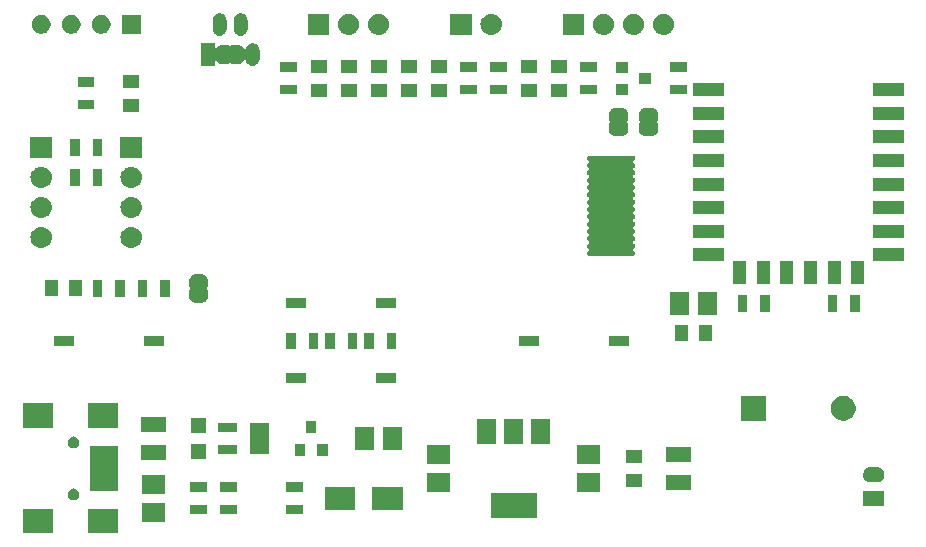
<source format=gbr>
G04 #@! TF.GenerationSoftware,KiCad,Pcbnew,(5.0.1)-rc2*
G04 #@! TF.CreationDate,2020-01-05T22:16:04+01:00*
G04 #@! TF.ProjectId,IoT_Messenger,496F545F4D657373656E6765722E6B69,rev?*
G04 #@! TF.SameCoordinates,Original*
G04 #@! TF.FileFunction,Soldermask,Top*
G04 #@! TF.FilePolarity,Negative*
%FSLAX46Y46*%
G04 Gerber Fmt 4.6, Leading zero omitted, Abs format (unit mm)*
G04 Created by KiCad (PCBNEW (5.0.1)-rc2) date 05/01/2020 22:16:04*
%MOMM*%
%LPD*%
G01*
G04 APERTURE LIST*
%ADD10C,0.100000*%
G04 APERTURE END LIST*
D10*
G36*
X78296000Y-127421000D02*
X75694000Y-127421000D01*
X75694000Y-125319000D01*
X78296000Y-125319000D01*
X78296000Y-127421000D01*
X78296000Y-127421000D01*
G37*
G36*
X72796000Y-127421000D02*
X70194000Y-127421000D01*
X70194000Y-125319000D01*
X72796000Y-125319000D01*
X72796000Y-127421000D01*
X72796000Y-127421000D01*
G37*
G36*
X82231000Y-126461000D02*
X80329000Y-126461000D01*
X80329000Y-124809000D01*
X82231000Y-124809000D01*
X82231000Y-126461000D01*
X82231000Y-126461000D01*
G37*
G36*
X113711000Y-126121000D02*
X109809000Y-126121000D01*
X109809000Y-124019000D01*
X113711000Y-124019000D01*
X113711000Y-126121000D01*
X113711000Y-126121000D01*
G37*
G36*
X85791000Y-125811000D02*
X84389000Y-125811000D01*
X84389000Y-125009000D01*
X85791000Y-125009000D01*
X85791000Y-125811000D01*
X85791000Y-125811000D01*
G37*
G36*
X93919000Y-125811000D02*
X92517000Y-125811000D01*
X92517000Y-125009000D01*
X93919000Y-125009000D01*
X93919000Y-125811000D01*
X93919000Y-125811000D01*
G37*
G36*
X88331000Y-125811000D02*
X86929000Y-125811000D01*
X86929000Y-125009000D01*
X88331000Y-125009000D01*
X88331000Y-125811000D01*
X88331000Y-125811000D01*
G37*
G36*
X102361000Y-125411000D02*
X99759000Y-125411000D01*
X99759000Y-123509000D01*
X102361000Y-123509000D01*
X102361000Y-125411000D01*
X102361000Y-125411000D01*
G37*
G36*
X98361000Y-125411000D02*
X95759000Y-125411000D01*
X95759000Y-123509000D01*
X98361000Y-123509000D01*
X98361000Y-125411000D01*
X98361000Y-125411000D01*
G37*
G36*
X143141000Y-125111000D02*
X141339000Y-125111000D01*
X141339000Y-123809000D01*
X143141000Y-123809000D01*
X143141000Y-125111000D01*
X143141000Y-125111000D01*
G37*
G36*
X74641136Y-123638253D02*
X74732312Y-123676019D01*
X74814372Y-123730850D01*
X74884150Y-123800628D01*
X74938981Y-123882688D01*
X74976747Y-123973864D01*
X74996000Y-124070656D01*
X74996000Y-124169344D01*
X74976747Y-124266136D01*
X74938981Y-124357312D01*
X74884150Y-124439372D01*
X74814372Y-124509150D01*
X74732312Y-124563981D01*
X74641136Y-124601747D01*
X74544344Y-124621000D01*
X74445656Y-124621000D01*
X74348864Y-124601747D01*
X74257688Y-124563981D01*
X74175628Y-124509150D01*
X74105850Y-124439372D01*
X74051019Y-124357312D01*
X74013253Y-124266136D01*
X73994000Y-124169344D01*
X73994000Y-124070656D01*
X74013253Y-123973864D01*
X74051019Y-123882688D01*
X74105850Y-123800628D01*
X74175628Y-123730850D01*
X74257688Y-123676019D01*
X74348864Y-123638253D01*
X74445656Y-123619000D01*
X74544344Y-123619000D01*
X74641136Y-123638253D01*
X74641136Y-123638253D01*
G37*
G36*
X82231000Y-124111000D02*
X80329000Y-124111000D01*
X80329000Y-122459000D01*
X82231000Y-122459000D01*
X82231000Y-124111000D01*
X82231000Y-124111000D01*
G37*
G36*
X106361000Y-123921000D02*
X104459000Y-123921000D01*
X104459000Y-122269000D01*
X106361000Y-122269000D01*
X106361000Y-123921000D01*
X106361000Y-123921000D01*
G37*
G36*
X119061000Y-123921000D02*
X117159000Y-123921000D01*
X117159000Y-122269000D01*
X119061000Y-122269000D01*
X119061000Y-123921000D01*
X119061000Y-123921000D01*
G37*
G36*
X85791000Y-123911000D02*
X84389000Y-123911000D01*
X84389000Y-123109000D01*
X85791000Y-123109000D01*
X85791000Y-123911000D01*
X85791000Y-123911000D01*
G37*
G36*
X93919000Y-123911000D02*
X92517000Y-123911000D01*
X92517000Y-123109000D01*
X93919000Y-123109000D01*
X93919000Y-123911000D01*
X93919000Y-123911000D01*
G37*
G36*
X88331000Y-123911000D02*
X86929000Y-123911000D01*
X86929000Y-123109000D01*
X88331000Y-123109000D01*
X88331000Y-123911000D01*
X88331000Y-123911000D01*
G37*
G36*
X78296000Y-123821000D02*
X75894000Y-123821000D01*
X75894000Y-120019000D01*
X78296000Y-120019000D01*
X78296000Y-123821000D01*
X78296000Y-123821000D01*
G37*
G36*
X126796000Y-123741000D02*
X124664000Y-123741000D01*
X124664000Y-122499000D01*
X126796000Y-122499000D01*
X126796000Y-123741000D01*
X126796000Y-123741000D01*
G37*
G36*
X122596000Y-123471000D02*
X121244000Y-123471000D01*
X121244000Y-122369000D01*
X122596000Y-122369000D01*
X122596000Y-123471000D01*
X122596000Y-123471000D01*
G37*
G36*
X142553855Y-121812140D02*
X142617618Y-121818420D01*
X142699427Y-121843237D01*
X142740333Y-121855645D01*
X142840491Y-121909181D01*
X142853426Y-121916095D01*
X142952553Y-121997447D01*
X143033905Y-122096574D01*
X143033906Y-122096576D01*
X143094355Y-122209667D01*
X143094355Y-122209668D01*
X143131580Y-122332382D01*
X143144149Y-122460000D01*
X143131580Y-122587618D01*
X143106763Y-122669427D01*
X143094355Y-122710333D01*
X143040819Y-122810491D01*
X143033905Y-122823426D01*
X142952553Y-122922553D01*
X142853426Y-123003905D01*
X142853424Y-123003906D01*
X142740333Y-123064355D01*
X142699427Y-123076763D01*
X142617618Y-123101580D01*
X142553855Y-123107860D01*
X142521974Y-123111000D01*
X141958026Y-123111000D01*
X141926145Y-123107860D01*
X141862382Y-123101580D01*
X141780573Y-123076763D01*
X141739667Y-123064355D01*
X141626576Y-123003906D01*
X141626574Y-123003905D01*
X141527447Y-122922553D01*
X141446095Y-122823426D01*
X141439181Y-122810491D01*
X141385645Y-122710333D01*
X141373237Y-122669427D01*
X141348420Y-122587618D01*
X141335851Y-122460000D01*
X141348420Y-122332382D01*
X141385645Y-122209668D01*
X141385645Y-122209667D01*
X141446094Y-122096576D01*
X141446095Y-122096574D01*
X141527447Y-121997447D01*
X141626574Y-121916095D01*
X141639509Y-121909181D01*
X141739667Y-121855645D01*
X141780573Y-121843237D01*
X141862382Y-121818420D01*
X141926145Y-121812140D01*
X141958026Y-121809000D01*
X142521974Y-121809000D01*
X142553855Y-121812140D01*
X142553855Y-121812140D01*
G37*
G36*
X106361000Y-121571000D02*
X104459000Y-121571000D01*
X104459000Y-119919000D01*
X106361000Y-119919000D01*
X106361000Y-121571000D01*
X106361000Y-121571000D01*
G37*
G36*
X119061000Y-121571000D02*
X117159000Y-121571000D01*
X117159000Y-119919000D01*
X119061000Y-119919000D01*
X119061000Y-121571000D01*
X119061000Y-121571000D01*
G37*
G36*
X122596000Y-121471000D02*
X121244000Y-121471000D01*
X121244000Y-120369000D01*
X122596000Y-120369000D01*
X122596000Y-121471000D01*
X122596000Y-121471000D01*
G37*
G36*
X126796000Y-121341000D02*
X124664000Y-121341000D01*
X124664000Y-120099000D01*
X126796000Y-120099000D01*
X126796000Y-121341000D01*
X126796000Y-121341000D01*
G37*
G36*
X82346000Y-121201000D02*
X80214000Y-121201000D01*
X80214000Y-119959000D01*
X82346000Y-119959000D01*
X82346000Y-121201000D01*
X82346000Y-121201000D01*
G37*
G36*
X85741000Y-121131000D02*
X84439000Y-121131000D01*
X84439000Y-119829000D01*
X85741000Y-119829000D01*
X85741000Y-121131000D01*
X85741000Y-121131000D01*
G37*
G36*
X96016000Y-120881000D02*
X95114000Y-120881000D01*
X95114000Y-119879000D01*
X96016000Y-119879000D01*
X96016000Y-120881000D01*
X96016000Y-120881000D01*
G37*
G36*
X94116000Y-120881000D02*
X93214000Y-120881000D01*
X93214000Y-119879000D01*
X94116000Y-119879000D01*
X94116000Y-120881000D01*
X94116000Y-120881000D01*
G37*
G36*
X91081000Y-120706000D02*
X89419000Y-120706000D01*
X89419000Y-118054000D01*
X91081000Y-118054000D01*
X91081000Y-120706000D01*
X91081000Y-120706000D01*
G37*
G36*
X88381000Y-120706000D02*
X86719000Y-120706000D01*
X86719000Y-119954000D01*
X88381000Y-119954000D01*
X88381000Y-120706000D01*
X88381000Y-120706000D01*
G37*
G36*
X99981000Y-120331000D02*
X98329000Y-120331000D01*
X98329000Y-118429000D01*
X99981000Y-118429000D01*
X99981000Y-120331000D01*
X99981000Y-120331000D01*
G37*
G36*
X102331000Y-120331000D02*
X100679000Y-120331000D01*
X100679000Y-118429000D01*
X102331000Y-118429000D01*
X102331000Y-120331000D01*
X102331000Y-120331000D01*
G37*
G36*
X74641136Y-119238253D02*
X74732312Y-119276019D01*
X74814372Y-119330850D01*
X74884150Y-119400628D01*
X74938981Y-119482688D01*
X74976747Y-119573864D01*
X74996000Y-119670656D01*
X74996000Y-119769344D01*
X74976747Y-119866136D01*
X74938981Y-119957312D01*
X74884150Y-120039372D01*
X74814372Y-120109150D01*
X74732312Y-120163981D01*
X74641136Y-120201747D01*
X74544344Y-120221000D01*
X74445656Y-120221000D01*
X74348864Y-120201747D01*
X74257688Y-120163981D01*
X74175628Y-120109150D01*
X74105850Y-120039372D01*
X74051019Y-119957312D01*
X74013253Y-119866136D01*
X73994000Y-119769344D01*
X73994000Y-119670656D01*
X74013253Y-119573864D01*
X74051019Y-119482688D01*
X74105850Y-119400628D01*
X74175628Y-119330850D01*
X74257688Y-119276019D01*
X74348864Y-119238253D01*
X74445656Y-119219000D01*
X74544344Y-119219000D01*
X74641136Y-119238253D01*
X74641136Y-119238253D01*
G37*
G36*
X114861000Y-119821000D02*
X113259000Y-119821000D01*
X113259000Y-117719000D01*
X114861000Y-117719000D01*
X114861000Y-119821000D01*
X114861000Y-119821000D01*
G37*
G36*
X112561000Y-119821000D02*
X110959000Y-119821000D01*
X110959000Y-117719000D01*
X112561000Y-117719000D01*
X112561000Y-119821000D01*
X112561000Y-119821000D01*
G37*
G36*
X110261000Y-119821000D02*
X108659000Y-119821000D01*
X108659000Y-117719000D01*
X110261000Y-117719000D01*
X110261000Y-119821000D01*
X110261000Y-119821000D01*
G37*
G36*
X85741000Y-118931000D02*
X84439000Y-118931000D01*
X84439000Y-117629000D01*
X85741000Y-117629000D01*
X85741000Y-118931000D01*
X85741000Y-118931000D01*
G37*
G36*
X95066000Y-118881000D02*
X94164000Y-118881000D01*
X94164000Y-117879000D01*
X95066000Y-117879000D01*
X95066000Y-118881000D01*
X95066000Y-118881000D01*
G37*
G36*
X88381000Y-118806000D02*
X86719000Y-118806000D01*
X86719000Y-118054000D01*
X88381000Y-118054000D01*
X88381000Y-118806000D01*
X88381000Y-118806000D01*
G37*
G36*
X82346000Y-118801000D02*
X80214000Y-118801000D01*
X80214000Y-117559000D01*
X82346000Y-117559000D01*
X82346000Y-118801000D01*
X82346000Y-118801000D01*
G37*
G36*
X78296000Y-118521000D02*
X75694000Y-118521000D01*
X75694000Y-116419000D01*
X78296000Y-116419000D01*
X78296000Y-118521000D01*
X78296000Y-118521000D01*
G37*
G36*
X72796000Y-118521000D02*
X70194000Y-118521000D01*
X70194000Y-116419000D01*
X72796000Y-116419000D01*
X72796000Y-118521000D01*
X72796000Y-118521000D01*
G37*
G36*
X139986565Y-115829389D02*
X140177834Y-115908615D01*
X140349976Y-116023637D01*
X140496363Y-116170024D01*
X140611385Y-116342166D01*
X140690611Y-116533435D01*
X140731000Y-116736484D01*
X140731000Y-116943516D01*
X140690611Y-117146565D01*
X140611385Y-117337834D01*
X140496363Y-117509976D01*
X140349976Y-117656363D01*
X140177834Y-117771385D01*
X139986565Y-117850611D01*
X139783516Y-117891000D01*
X139576484Y-117891000D01*
X139373435Y-117850611D01*
X139182166Y-117771385D01*
X139010024Y-117656363D01*
X138863637Y-117509976D01*
X138748615Y-117337834D01*
X138669389Y-117146565D01*
X138629000Y-116943516D01*
X138629000Y-116736484D01*
X138669389Y-116533435D01*
X138748615Y-116342166D01*
X138863637Y-116170024D01*
X139010024Y-116023637D01*
X139182166Y-115908615D01*
X139373435Y-115829389D01*
X139576484Y-115789000D01*
X139783516Y-115789000D01*
X139986565Y-115829389D01*
X139986565Y-115829389D01*
G37*
G36*
X133131000Y-117891000D02*
X131029000Y-117891000D01*
X131029000Y-115789000D01*
X133131000Y-115789000D01*
X133131000Y-117891000D01*
X133131000Y-117891000D01*
G37*
G36*
X101816000Y-114731000D02*
X100114000Y-114731000D01*
X100114000Y-113869000D01*
X101816000Y-113869000D01*
X101816000Y-114731000D01*
X101816000Y-114731000D01*
G37*
G36*
X94196000Y-114731000D02*
X92494000Y-114731000D01*
X92494000Y-113869000D01*
X94196000Y-113869000D01*
X94196000Y-114731000D01*
X94196000Y-114731000D01*
G37*
G36*
X95204000Y-111826000D02*
X94402000Y-111826000D01*
X94402000Y-110424000D01*
X95204000Y-110424000D01*
X95204000Y-111826000D01*
X95204000Y-111826000D01*
G37*
G36*
X93304000Y-111826000D02*
X92502000Y-111826000D01*
X92502000Y-110424000D01*
X93304000Y-110424000D01*
X93304000Y-111826000D01*
X93304000Y-111826000D01*
G37*
G36*
X101808000Y-111826000D02*
X101006000Y-111826000D01*
X101006000Y-110424000D01*
X101808000Y-110424000D01*
X101808000Y-111826000D01*
X101808000Y-111826000D01*
G37*
G36*
X99908000Y-111826000D02*
X99106000Y-111826000D01*
X99106000Y-110424000D01*
X99908000Y-110424000D01*
X99908000Y-111826000D01*
X99908000Y-111826000D01*
G37*
G36*
X98506000Y-111826000D02*
X97704000Y-111826000D01*
X97704000Y-110424000D01*
X98506000Y-110424000D01*
X98506000Y-111826000D01*
X98506000Y-111826000D01*
G37*
G36*
X96606000Y-111826000D02*
X95804000Y-111826000D01*
X95804000Y-110424000D01*
X96606000Y-110424000D01*
X96606000Y-111826000D01*
X96606000Y-111826000D01*
G37*
G36*
X113881000Y-111556000D02*
X112179000Y-111556000D01*
X112179000Y-110694000D01*
X113881000Y-110694000D01*
X113881000Y-111556000D01*
X113881000Y-111556000D01*
G37*
G36*
X74511000Y-111556000D02*
X72809000Y-111556000D01*
X72809000Y-110694000D01*
X74511000Y-110694000D01*
X74511000Y-111556000D01*
X74511000Y-111556000D01*
G37*
G36*
X82131000Y-111556000D02*
X80429000Y-111556000D01*
X80429000Y-110694000D01*
X82131000Y-110694000D01*
X82131000Y-111556000D01*
X82131000Y-111556000D01*
G37*
G36*
X121501000Y-111556000D02*
X119799000Y-111556000D01*
X119799000Y-110694000D01*
X121501000Y-110694000D01*
X121501000Y-111556000D01*
X121501000Y-111556000D01*
G37*
G36*
X128551000Y-111166000D02*
X127449000Y-111166000D01*
X127449000Y-109814000D01*
X128551000Y-109814000D01*
X128551000Y-111166000D01*
X128551000Y-111166000D01*
G37*
G36*
X126551000Y-111166000D02*
X125449000Y-111166000D01*
X125449000Y-109814000D01*
X126551000Y-109814000D01*
X126551000Y-111166000D01*
X126551000Y-111166000D01*
G37*
G36*
X129001000Y-108901000D02*
X127349000Y-108901000D01*
X127349000Y-106999000D01*
X129001000Y-106999000D01*
X129001000Y-108901000D01*
X129001000Y-108901000D01*
G37*
G36*
X126651000Y-108901000D02*
X124999000Y-108901000D01*
X124999000Y-106999000D01*
X126651000Y-106999000D01*
X126651000Y-108901000D01*
X126651000Y-108901000D01*
G37*
G36*
X139151000Y-108651000D02*
X138349000Y-108651000D01*
X138349000Y-107249000D01*
X139151000Y-107249000D01*
X139151000Y-108651000D01*
X139151000Y-108651000D01*
G37*
G36*
X131531000Y-108651000D02*
X130729000Y-108651000D01*
X130729000Y-107249000D01*
X131531000Y-107249000D01*
X131531000Y-108651000D01*
X131531000Y-108651000D01*
G37*
G36*
X141051000Y-108651000D02*
X140249000Y-108651000D01*
X140249000Y-107249000D01*
X141051000Y-107249000D01*
X141051000Y-108651000D01*
X141051000Y-108651000D01*
G37*
G36*
X133431000Y-108651000D02*
X132629000Y-108651000D01*
X132629000Y-107249000D01*
X133431000Y-107249000D01*
X133431000Y-108651000D01*
X133431000Y-108651000D01*
G37*
G36*
X94196000Y-108381000D02*
X92494000Y-108381000D01*
X92494000Y-107519000D01*
X94196000Y-107519000D01*
X94196000Y-108381000D01*
X94196000Y-108381000D01*
G37*
G36*
X101816000Y-108381000D02*
X100114000Y-108381000D01*
X100114000Y-107519000D01*
X101816000Y-107519000D01*
X101816000Y-108381000D01*
X101816000Y-108381000D01*
G37*
G36*
X85352198Y-105479954D02*
X85364450Y-105480556D01*
X85382869Y-105480556D01*
X85405149Y-105482750D01*
X85489236Y-105499476D01*
X85510655Y-105505974D01*
X85589871Y-105538785D01*
X85609607Y-105549335D01*
X85680897Y-105596969D01*
X85698208Y-105611176D01*
X85758824Y-105671792D01*
X85773031Y-105689103D01*
X85820665Y-105760393D01*
X85831215Y-105780129D01*
X85864026Y-105859345D01*
X85870524Y-105880764D01*
X85887250Y-105964851D01*
X85889444Y-105987131D01*
X85889444Y-106005550D01*
X85890046Y-106017802D01*
X85891852Y-106036140D01*
X85891852Y-106523860D01*
X85890263Y-106539999D01*
X85887347Y-106549611D01*
X85882612Y-106558469D01*
X85876237Y-106566237D01*
X85863798Y-106576446D01*
X85853432Y-106583372D01*
X85836105Y-106600698D01*
X85822490Y-106621073D01*
X85813112Y-106643711D01*
X85808331Y-106667745D01*
X85808331Y-106692249D01*
X85813111Y-106716283D01*
X85822487Y-106738922D01*
X85836101Y-106759297D01*
X85853427Y-106776624D01*
X85863796Y-106783552D01*
X85876237Y-106793763D01*
X85882612Y-106801531D01*
X85887347Y-106810389D01*
X85890263Y-106820001D01*
X85891852Y-106836140D01*
X85891852Y-107323861D01*
X85890046Y-107342198D01*
X85889444Y-107354450D01*
X85889444Y-107372869D01*
X85887250Y-107395149D01*
X85870524Y-107479236D01*
X85864026Y-107500655D01*
X85831215Y-107579871D01*
X85820665Y-107599607D01*
X85773031Y-107670897D01*
X85758824Y-107688208D01*
X85698208Y-107748824D01*
X85680897Y-107763031D01*
X85609607Y-107810665D01*
X85589871Y-107821215D01*
X85510655Y-107854026D01*
X85489236Y-107860524D01*
X85405149Y-107877250D01*
X85382869Y-107879444D01*
X85364450Y-107879444D01*
X85352198Y-107880046D01*
X85333861Y-107881852D01*
X84846139Y-107881852D01*
X84827802Y-107880046D01*
X84815550Y-107879444D01*
X84797131Y-107879444D01*
X84774851Y-107877250D01*
X84690764Y-107860524D01*
X84669345Y-107854026D01*
X84590129Y-107821215D01*
X84570393Y-107810665D01*
X84499103Y-107763031D01*
X84481792Y-107748824D01*
X84421176Y-107688208D01*
X84406969Y-107670897D01*
X84359335Y-107599607D01*
X84348785Y-107579871D01*
X84315974Y-107500655D01*
X84309476Y-107479236D01*
X84292750Y-107395149D01*
X84290556Y-107372869D01*
X84290556Y-107354450D01*
X84289954Y-107342198D01*
X84288148Y-107323861D01*
X84288148Y-106836140D01*
X84289737Y-106820001D01*
X84292653Y-106810389D01*
X84297388Y-106801531D01*
X84303763Y-106793763D01*
X84316202Y-106783554D01*
X84326568Y-106776628D01*
X84343895Y-106759302D01*
X84357510Y-106738927D01*
X84366888Y-106716289D01*
X84371669Y-106692255D01*
X84371669Y-106667751D01*
X84366889Y-106643717D01*
X84357513Y-106621078D01*
X84343899Y-106600703D01*
X84326573Y-106583376D01*
X84316204Y-106576448D01*
X84303763Y-106566237D01*
X84297388Y-106558469D01*
X84292653Y-106549611D01*
X84289737Y-106539999D01*
X84288148Y-106523860D01*
X84288148Y-106036140D01*
X84289954Y-106017802D01*
X84290556Y-106005550D01*
X84290556Y-105987131D01*
X84292750Y-105964851D01*
X84309476Y-105880764D01*
X84315974Y-105859345D01*
X84348785Y-105780129D01*
X84359335Y-105760393D01*
X84406969Y-105689103D01*
X84421176Y-105671792D01*
X84481792Y-105611176D01*
X84499103Y-105596969D01*
X84570393Y-105549335D01*
X84590129Y-105538785D01*
X84669345Y-105505974D01*
X84690764Y-105499476D01*
X84774851Y-105482750D01*
X84797131Y-105480556D01*
X84815550Y-105480556D01*
X84827802Y-105479954D01*
X84846140Y-105478148D01*
X85333860Y-105478148D01*
X85352198Y-105479954D01*
X85352198Y-105479954D01*
G37*
G36*
X78821000Y-107381000D02*
X78019000Y-107381000D01*
X78019000Y-105979000D01*
X78821000Y-105979000D01*
X78821000Y-107381000D01*
X78821000Y-107381000D01*
G37*
G36*
X82631000Y-107381000D02*
X81829000Y-107381000D01*
X81829000Y-105979000D01*
X82631000Y-105979000D01*
X82631000Y-107381000D01*
X82631000Y-107381000D01*
G37*
G36*
X80731000Y-107381000D02*
X79929000Y-107381000D01*
X79929000Y-105979000D01*
X80731000Y-105979000D01*
X80731000Y-107381000D01*
X80731000Y-107381000D01*
G37*
G36*
X76921000Y-107381000D02*
X76119000Y-107381000D01*
X76119000Y-105979000D01*
X76921000Y-105979000D01*
X76921000Y-107381000D01*
X76921000Y-107381000D01*
G37*
G36*
X73211000Y-107356000D02*
X72109000Y-107356000D01*
X72109000Y-106004000D01*
X73211000Y-106004000D01*
X73211000Y-107356000D01*
X73211000Y-107356000D01*
G37*
G36*
X75211000Y-107356000D02*
X74109000Y-107356000D01*
X74109000Y-106004000D01*
X75211000Y-106004000D01*
X75211000Y-107356000D01*
X75211000Y-107356000D01*
G37*
G36*
X139441000Y-106296000D02*
X138339000Y-106296000D01*
X138339000Y-104394000D01*
X139441000Y-104394000D01*
X139441000Y-106296000D01*
X139441000Y-106296000D01*
G37*
G36*
X141441000Y-106296000D02*
X140339000Y-106296000D01*
X140339000Y-104394000D01*
X141441000Y-104394000D01*
X141441000Y-106296000D01*
X141441000Y-106296000D01*
G37*
G36*
X131441000Y-106296000D02*
X130339000Y-106296000D01*
X130339000Y-104394000D01*
X131441000Y-104394000D01*
X131441000Y-106296000D01*
X131441000Y-106296000D01*
G37*
G36*
X133441000Y-106296000D02*
X132339000Y-106296000D01*
X132339000Y-104394000D01*
X133441000Y-104394000D01*
X133441000Y-106296000D01*
X133441000Y-106296000D01*
G37*
G36*
X135441000Y-106296000D02*
X134339000Y-106296000D01*
X134339000Y-104394000D01*
X135441000Y-104394000D01*
X135441000Y-106296000D01*
X135441000Y-106296000D01*
G37*
G36*
X137441000Y-106296000D02*
X136339000Y-106296000D01*
X136339000Y-104394000D01*
X137441000Y-104394000D01*
X137441000Y-106296000D01*
X137441000Y-106296000D01*
G37*
G36*
X129591000Y-104396000D02*
X126989000Y-104396000D01*
X126989000Y-103294000D01*
X129591000Y-103294000D01*
X129591000Y-104396000D01*
X129591000Y-104396000D01*
G37*
G36*
X144791000Y-104396000D02*
X142189000Y-104396000D01*
X142189000Y-103294000D01*
X144791000Y-103294000D01*
X144791000Y-104396000D01*
X144791000Y-104396000D01*
G37*
G36*
X121891364Y-95442053D02*
X121931134Y-95454118D01*
X121931137Y-95454119D01*
X121967792Y-95473712D01*
X121999921Y-95500079D01*
X122026288Y-95532208D01*
X122045881Y-95568863D01*
X122045882Y-95568866D01*
X122057947Y-95608636D01*
X122062020Y-95650000D01*
X122057947Y-95691364D01*
X122045882Y-95731134D01*
X122045881Y-95731137D01*
X122026288Y-95767792D01*
X121999921Y-95799921D01*
X121967788Y-95826291D01*
X121923880Y-95849760D01*
X121903505Y-95863373D01*
X121886178Y-95880701D01*
X121872564Y-95901075D01*
X121863187Y-95923714D01*
X121858406Y-95947748D01*
X121858406Y-95972252D01*
X121863186Y-95996285D01*
X121872564Y-96018924D01*
X121886177Y-96039299D01*
X121903505Y-96056626D01*
X121923880Y-96070240D01*
X121967788Y-96093709D01*
X121967791Y-96093711D01*
X121967792Y-96093712D01*
X121999921Y-96120079D01*
X122026288Y-96152208D01*
X122045881Y-96188863D01*
X122045882Y-96188866D01*
X122057947Y-96228636D01*
X122062020Y-96270000D01*
X122057947Y-96311364D01*
X122045882Y-96351134D01*
X122045881Y-96351137D01*
X122026288Y-96387792D01*
X121999921Y-96419921D01*
X121968683Y-96445557D01*
X121967788Y-96446291D01*
X121923880Y-96469760D01*
X121903505Y-96483373D01*
X121886178Y-96500701D01*
X121872564Y-96521075D01*
X121863187Y-96543714D01*
X121858406Y-96567748D01*
X121858406Y-96592252D01*
X121863186Y-96616285D01*
X121872564Y-96638924D01*
X121886177Y-96659299D01*
X121903505Y-96676626D01*
X121923880Y-96690240D01*
X121967788Y-96713709D01*
X121967791Y-96713711D01*
X121967792Y-96713712D01*
X121999921Y-96740079D01*
X122026288Y-96772208D01*
X122045881Y-96808863D01*
X122045882Y-96808866D01*
X122057947Y-96848636D01*
X122062020Y-96890000D01*
X122057947Y-96931364D01*
X122045882Y-96971134D01*
X122045881Y-96971137D01*
X122026288Y-97007792D01*
X121999921Y-97039921D01*
X121967788Y-97066291D01*
X121923880Y-97089760D01*
X121903505Y-97103373D01*
X121886178Y-97120701D01*
X121872564Y-97141075D01*
X121863187Y-97163714D01*
X121858406Y-97187748D01*
X121858406Y-97212252D01*
X121863186Y-97236285D01*
X121872564Y-97258924D01*
X121886177Y-97279299D01*
X121903505Y-97296626D01*
X121923880Y-97310240D01*
X121967788Y-97333709D01*
X121967791Y-97333711D01*
X121967792Y-97333712D01*
X121999921Y-97360079D01*
X122026288Y-97392208D01*
X122045881Y-97428863D01*
X122045882Y-97428866D01*
X122057947Y-97468636D01*
X122062020Y-97510000D01*
X122057947Y-97551364D01*
X122045882Y-97591134D01*
X122045881Y-97591137D01*
X122026288Y-97627792D01*
X121999921Y-97659921D01*
X121967788Y-97686291D01*
X121923880Y-97709760D01*
X121903505Y-97723373D01*
X121886178Y-97740701D01*
X121872564Y-97761075D01*
X121863187Y-97783714D01*
X121858406Y-97807748D01*
X121858406Y-97832252D01*
X121863186Y-97856285D01*
X121872564Y-97878924D01*
X121886177Y-97899299D01*
X121903505Y-97916626D01*
X121923880Y-97930240D01*
X121967788Y-97953709D01*
X121967791Y-97953711D01*
X121967792Y-97953712D01*
X121999921Y-97980079D01*
X122026288Y-98012208D01*
X122045881Y-98048863D01*
X122045882Y-98048866D01*
X122057947Y-98088636D01*
X122062020Y-98130000D01*
X122057947Y-98171364D01*
X122045882Y-98211134D01*
X122045881Y-98211137D01*
X122026288Y-98247792D01*
X121999921Y-98279921D01*
X121967788Y-98306291D01*
X121923880Y-98329760D01*
X121903505Y-98343373D01*
X121886178Y-98360701D01*
X121872564Y-98381075D01*
X121863187Y-98403714D01*
X121858406Y-98427748D01*
X121858406Y-98452252D01*
X121863186Y-98476285D01*
X121872564Y-98498924D01*
X121886177Y-98519299D01*
X121903505Y-98536626D01*
X121923880Y-98550240D01*
X121967788Y-98573709D01*
X121967791Y-98573711D01*
X121967792Y-98573712D01*
X121999921Y-98600079D01*
X122026288Y-98632208D01*
X122045881Y-98668863D01*
X122045882Y-98668866D01*
X122057947Y-98708636D01*
X122062020Y-98750000D01*
X122057947Y-98791364D01*
X122045882Y-98831134D01*
X122045881Y-98831137D01*
X122026288Y-98867792D01*
X121999921Y-98899921D01*
X121974236Y-98921000D01*
X121967788Y-98926291D01*
X121923880Y-98949760D01*
X121903505Y-98963373D01*
X121886178Y-98980701D01*
X121872564Y-99001075D01*
X121863187Y-99023714D01*
X121858406Y-99047748D01*
X121858406Y-99072252D01*
X121863186Y-99096285D01*
X121872564Y-99118924D01*
X121886177Y-99139299D01*
X121903505Y-99156626D01*
X121923880Y-99170240D01*
X121967788Y-99193709D01*
X121967791Y-99193711D01*
X121967792Y-99193712D01*
X121999921Y-99220079D01*
X122026288Y-99252208D01*
X122045881Y-99288863D01*
X122045882Y-99288866D01*
X122057947Y-99328636D01*
X122062020Y-99370000D01*
X122057947Y-99411364D01*
X122045882Y-99451134D01*
X122045881Y-99451137D01*
X122026288Y-99487792D01*
X121999921Y-99519921D01*
X121967788Y-99546291D01*
X121923880Y-99569760D01*
X121903505Y-99583373D01*
X121886178Y-99600701D01*
X121872564Y-99621075D01*
X121863187Y-99643714D01*
X121858406Y-99667748D01*
X121858406Y-99692252D01*
X121863186Y-99716285D01*
X121872564Y-99738924D01*
X121886177Y-99759299D01*
X121903505Y-99776626D01*
X121923880Y-99790240D01*
X121967788Y-99813709D01*
X121967791Y-99813711D01*
X121967792Y-99813712D01*
X121999921Y-99840079D01*
X122026288Y-99872208D01*
X122045881Y-99908863D01*
X122045882Y-99908866D01*
X122057947Y-99948636D01*
X122062020Y-99990000D01*
X122057947Y-100031364D01*
X122045882Y-100071134D01*
X122045881Y-100071137D01*
X122026288Y-100107792D01*
X121999921Y-100139921D01*
X121967788Y-100166291D01*
X121923880Y-100189760D01*
X121903505Y-100203373D01*
X121886178Y-100220701D01*
X121872564Y-100241075D01*
X121863187Y-100263714D01*
X121858406Y-100287748D01*
X121858406Y-100312252D01*
X121863186Y-100336285D01*
X121872564Y-100358924D01*
X121886177Y-100379299D01*
X121903505Y-100396626D01*
X121923880Y-100410240D01*
X121967788Y-100433709D01*
X121967791Y-100433711D01*
X121967792Y-100433712D01*
X121999921Y-100460079D01*
X122026288Y-100492208D01*
X122045881Y-100528863D01*
X122045882Y-100528866D01*
X122057947Y-100568636D01*
X122062020Y-100610000D01*
X122057947Y-100651364D01*
X122045882Y-100691134D01*
X122045881Y-100691137D01*
X122026288Y-100727792D01*
X121999921Y-100759921D01*
X121967788Y-100786291D01*
X121923880Y-100809760D01*
X121903505Y-100823373D01*
X121886178Y-100840701D01*
X121872564Y-100861075D01*
X121863187Y-100883714D01*
X121858406Y-100907748D01*
X121858406Y-100932252D01*
X121863186Y-100956285D01*
X121872564Y-100978924D01*
X121886177Y-100999299D01*
X121903505Y-101016626D01*
X121923880Y-101030240D01*
X121967788Y-101053709D01*
X121967791Y-101053711D01*
X121967792Y-101053712D01*
X121999921Y-101080079D01*
X122026288Y-101112208D01*
X122045881Y-101148863D01*
X122045882Y-101148866D01*
X122057947Y-101188636D01*
X122062020Y-101230000D01*
X122057947Y-101271364D01*
X122045882Y-101311134D01*
X122045881Y-101311137D01*
X122026288Y-101347792D01*
X121999921Y-101379921D01*
X121967788Y-101406291D01*
X121923880Y-101429760D01*
X121903505Y-101443373D01*
X121886178Y-101460701D01*
X121872564Y-101481075D01*
X121863187Y-101503714D01*
X121858406Y-101527748D01*
X121858406Y-101552252D01*
X121863186Y-101576285D01*
X121872564Y-101598924D01*
X121886177Y-101619299D01*
X121903505Y-101636626D01*
X121923880Y-101650240D01*
X121967788Y-101673709D01*
X121967791Y-101673711D01*
X121967792Y-101673712D01*
X121999921Y-101700079D01*
X122026288Y-101732208D01*
X122045881Y-101768863D01*
X122045882Y-101768866D01*
X122057947Y-101808636D01*
X122062020Y-101850000D01*
X122057947Y-101891364D01*
X122045882Y-101931134D01*
X122045881Y-101931137D01*
X122026288Y-101967792D01*
X121999921Y-101999921D01*
X121967788Y-102026291D01*
X121923880Y-102049760D01*
X121903505Y-102063373D01*
X121886178Y-102080701D01*
X121872564Y-102101075D01*
X121863187Y-102123714D01*
X121858406Y-102147748D01*
X121858406Y-102172252D01*
X121863186Y-102196285D01*
X121872564Y-102218924D01*
X121886177Y-102239299D01*
X121903505Y-102256626D01*
X121923880Y-102270240D01*
X121967788Y-102293709D01*
X121967791Y-102293711D01*
X121967792Y-102293712D01*
X121999921Y-102320079D01*
X122026288Y-102352208D01*
X122045881Y-102388863D01*
X122045882Y-102388866D01*
X122057947Y-102428636D01*
X122062020Y-102470000D01*
X122057947Y-102511364D01*
X122049676Y-102538627D01*
X122045881Y-102551137D01*
X122026288Y-102587792D01*
X121999921Y-102619921D01*
X121967788Y-102646291D01*
X121923880Y-102669760D01*
X121903505Y-102683373D01*
X121886178Y-102700701D01*
X121872564Y-102721075D01*
X121863187Y-102743714D01*
X121858406Y-102767748D01*
X121858406Y-102792252D01*
X121863186Y-102816285D01*
X121872564Y-102838924D01*
X121886177Y-102859299D01*
X121903505Y-102876626D01*
X121923880Y-102890240D01*
X121967788Y-102913709D01*
X121967791Y-102913711D01*
X121967792Y-102913712D01*
X121999921Y-102940079D01*
X122026288Y-102972208D01*
X122045881Y-103008863D01*
X122045882Y-103008866D01*
X122057947Y-103048636D01*
X122062020Y-103090000D01*
X122057947Y-103131364D01*
X122045882Y-103171134D01*
X122045881Y-103171137D01*
X122026288Y-103207792D01*
X121999921Y-103239921D01*
X121971799Y-103263000D01*
X121967788Y-103266291D01*
X121923880Y-103289760D01*
X121903505Y-103303373D01*
X121886178Y-103320701D01*
X121872564Y-103341075D01*
X121863187Y-103363714D01*
X121858406Y-103387748D01*
X121858406Y-103412252D01*
X121863186Y-103436285D01*
X121872564Y-103458924D01*
X121886177Y-103479299D01*
X121903505Y-103496626D01*
X121923880Y-103510240D01*
X121967788Y-103533709D01*
X121967791Y-103533711D01*
X121967792Y-103533712D01*
X121999921Y-103560079D01*
X122026288Y-103592208D01*
X122045881Y-103628863D01*
X122045882Y-103628866D01*
X122057947Y-103668636D01*
X122062020Y-103710000D01*
X122057947Y-103751364D01*
X122045882Y-103791134D01*
X122045881Y-103791137D01*
X122026288Y-103827792D01*
X121999921Y-103859921D01*
X121967792Y-103886288D01*
X121931137Y-103905881D01*
X121931134Y-103905882D01*
X121891364Y-103917947D01*
X121860360Y-103921000D01*
X118159640Y-103921000D01*
X118128636Y-103917947D01*
X118088866Y-103905882D01*
X118088863Y-103905881D01*
X118052208Y-103886288D01*
X118020079Y-103859921D01*
X117993712Y-103827792D01*
X117974119Y-103791137D01*
X117974118Y-103791134D01*
X117962053Y-103751364D01*
X117957980Y-103710000D01*
X117962053Y-103668636D01*
X117974118Y-103628866D01*
X117974119Y-103628863D01*
X117993712Y-103592208D01*
X118020079Y-103560079D01*
X118052208Y-103533712D01*
X118052209Y-103533711D01*
X118052212Y-103533709D01*
X118096120Y-103510240D01*
X118116495Y-103496627D01*
X118133822Y-103479299D01*
X118147436Y-103458925D01*
X118156813Y-103436286D01*
X118161594Y-103412252D01*
X118161594Y-103387748D01*
X118156814Y-103363715D01*
X118147436Y-103341076D01*
X118133823Y-103320701D01*
X118116495Y-103303374D01*
X118096120Y-103289760D01*
X118052212Y-103266291D01*
X118048202Y-103263000D01*
X118020079Y-103239921D01*
X117993712Y-103207792D01*
X117974119Y-103171137D01*
X117974118Y-103171134D01*
X117962053Y-103131364D01*
X117957980Y-103090000D01*
X117962053Y-103048636D01*
X117974118Y-103008866D01*
X117974119Y-103008863D01*
X117993712Y-102972208D01*
X118020079Y-102940079D01*
X118052208Y-102913712D01*
X118052209Y-102913711D01*
X118052212Y-102913709D01*
X118096120Y-102890240D01*
X118116495Y-102876627D01*
X118133822Y-102859299D01*
X118147436Y-102838925D01*
X118156813Y-102816286D01*
X118161594Y-102792252D01*
X118161594Y-102767748D01*
X118156814Y-102743715D01*
X118147436Y-102721076D01*
X118133823Y-102700701D01*
X118116495Y-102683374D01*
X118096120Y-102669760D01*
X118052212Y-102646291D01*
X118020079Y-102619921D01*
X117993712Y-102587792D01*
X117974119Y-102551137D01*
X117970324Y-102538627D01*
X117962053Y-102511364D01*
X117957980Y-102470000D01*
X117962053Y-102428636D01*
X117974118Y-102388866D01*
X117974119Y-102388863D01*
X117993712Y-102352208D01*
X118020079Y-102320079D01*
X118052208Y-102293712D01*
X118052209Y-102293711D01*
X118052212Y-102293709D01*
X118096120Y-102270240D01*
X118116495Y-102256627D01*
X118133822Y-102239299D01*
X118147436Y-102218925D01*
X118156813Y-102196286D01*
X118161594Y-102172252D01*
X118161594Y-102147748D01*
X118156814Y-102123715D01*
X118147436Y-102101076D01*
X118133823Y-102080701D01*
X118116495Y-102063374D01*
X118096120Y-102049760D01*
X118052212Y-102026291D01*
X118020079Y-101999921D01*
X117993712Y-101967792D01*
X117974119Y-101931137D01*
X117974118Y-101931134D01*
X117962053Y-101891364D01*
X117957980Y-101850000D01*
X117962053Y-101808636D01*
X117974118Y-101768866D01*
X117974119Y-101768863D01*
X117993712Y-101732208D01*
X118020079Y-101700079D01*
X118052208Y-101673712D01*
X118052209Y-101673711D01*
X118052212Y-101673709D01*
X118096120Y-101650240D01*
X118116495Y-101636627D01*
X118133822Y-101619299D01*
X118147436Y-101598925D01*
X118156813Y-101576286D01*
X118161594Y-101552252D01*
X118161594Y-101527748D01*
X118156814Y-101503715D01*
X118147436Y-101481076D01*
X118133823Y-101460701D01*
X118116495Y-101443374D01*
X118096120Y-101429760D01*
X118052212Y-101406291D01*
X118020079Y-101379921D01*
X117993712Y-101347792D01*
X117974119Y-101311137D01*
X117974118Y-101311134D01*
X117962053Y-101271364D01*
X117957980Y-101230000D01*
X117962053Y-101188636D01*
X117974118Y-101148866D01*
X117974119Y-101148863D01*
X117993712Y-101112208D01*
X118020079Y-101080079D01*
X118052208Y-101053712D01*
X118052209Y-101053711D01*
X118052212Y-101053709D01*
X118096120Y-101030240D01*
X118116495Y-101016627D01*
X118133822Y-100999299D01*
X118147436Y-100978925D01*
X118156813Y-100956286D01*
X118161594Y-100932252D01*
X118161594Y-100907748D01*
X118156814Y-100883715D01*
X118147436Y-100861076D01*
X118133823Y-100840701D01*
X118116495Y-100823374D01*
X118096120Y-100809760D01*
X118052212Y-100786291D01*
X118020079Y-100759921D01*
X117993712Y-100727792D01*
X117974119Y-100691137D01*
X117974118Y-100691134D01*
X117962053Y-100651364D01*
X117957980Y-100610000D01*
X117962053Y-100568636D01*
X117974118Y-100528866D01*
X117974119Y-100528863D01*
X117993712Y-100492208D01*
X118020079Y-100460079D01*
X118052208Y-100433712D01*
X118052209Y-100433711D01*
X118052212Y-100433709D01*
X118096120Y-100410240D01*
X118116495Y-100396627D01*
X118133822Y-100379299D01*
X118147436Y-100358925D01*
X118156813Y-100336286D01*
X118161594Y-100312252D01*
X118161594Y-100287748D01*
X118156814Y-100263715D01*
X118147436Y-100241076D01*
X118133823Y-100220701D01*
X118116495Y-100203374D01*
X118096120Y-100189760D01*
X118052212Y-100166291D01*
X118020079Y-100139921D01*
X117993712Y-100107792D01*
X117974119Y-100071137D01*
X117974118Y-100071134D01*
X117962053Y-100031364D01*
X117957980Y-99990000D01*
X117962053Y-99948636D01*
X117974118Y-99908866D01*
X117974119Y-99908863D01*
X117993712Y-99872208D01*
X118020079Y-99840079D01*
X118052208Y-99813712D01*
X118052209Y-99813711D01*
X118052212Y-99813709D01*
X118096120Y-99790240D01*
X118116495Y-99776627D01*
X118133822Y-99759299D01*
X118147436Y-99738925D01*
X118156813Y-99716286D01*
X118161594Y-99692252D01*
X118161594Y-99667748D01*
X118156814Y-99643715D01*
X118147436Y-99621076D01*
X118133823Y-99600701D01*
X118116495Y-99583374D01*
X118096120Y-99569760D01*
X118052212Y-99546291D01*
X118020079Y-99519921D01*
X117993712Y-99487792D01*
X117974119Y-99451137D01*
X117974118Y-99451134D01*
X117962053Y-99411364D01*
X117957980Y-99370000D01*
X117962053Y-99328636D01*
X117974118Y-99288866D01*
X117974119Y-99288863D01*
X117993712Y-99252208D01*
X118020079Y-99220079D01*
X118052208Y-99193712D01*
X118052209Y-99193711D01*
X118052212Y-99193709D01*
X118096120Y-99170240D01*
X118116495Y-99156627D01*
X118133822Y-99139299D01*
X118147436Y-99118925D01*
X118156813Y-99096286D01*
X118161594Y-99072252D01*
X118161594Y-99047748D01*
X118156814Y-99023715D01*
X118147436Y-99001076D01*
X118133823Y-98980701D01*
X118116495Y-98963374D01*
X118096120Y-98949760D01*
X118052212Y-98926291D01*
X118045765Y-98921000D01*
X118020079Y-98899921D01*
X117993712Y-98867792D01*
X117974119Y-98831137D01*
X117974118Y-98831134D01*
X117962053Y-98791364D01*
X117957980Y-98750000D01*
X117962053Y-98708636D01*
X117974118Y-98668866D01*
X117974119Y-98668863D01*
X117993712Y-98632208D01*
X118020079Y-98600079D01*
X118052208Y-98573712D01*
X118052209Y-98573711D01*
X118052212Y-98573709D01*
X118096120Y-98550240D01*
X118116495Y-98536627D01*
X118133822Y-98519299D01*
X118147436Y-98498925D01*
X118156813Y-98476286D01*
X118161594Y-98452252D01*
X118161594Y-98427748D01*
X118156814Y-98403715D01*
X118147436Y-98381076D01*
X118133823Y-98360701D01*
X118116495Y-98343374D01*
X118096120Y-98329760D01*
X118052212Y-98306291D01*
X118020079Y-98279921D01*
X117993712Y-98247792D01*
X117974119Y-98211137D01*
X117974118Y-98211134D01*
X117962053Y-98171364D01*
X117957980Y-98130000D01*
X117962053Y-98088636D01*
X117974118Y-98048866D01*
X117974119Y-98048863D01*
X117993712Y-98012208D01*
X118020079Y-97980079D01*
X118052208Y-97953712D01*
X118052209Y-97953711D01*
X118052212Y-97953709D01*
X118096120Y-97930240D01*
X118116495Y-97916627D01*
X118133822Y-97899299D01*
X118147436Y-97878925D01*
X118156813Y-97856286D01*
X118161594Y-97832252D01*
X118161594Y-97807748D01*
X118156814Y-97783715D01*
X118147436Y-97761076D01*
X118133823Y-97740701D01*
X118116495Y-97723374D01*
X118096120Y-97709760D01*
X118052212Y-97686291D01*
X118020079Y-97659921D01*
X117993712Y-97627792D01*
X117974119Y-97591137D01*
X117974118Y-97591134D01*
X117962053Y-97551364D01*
X117957980Y-97510000D01*
X117962053Y-97468636D01*
X117974118Y-97428866D01*
X117974119Y-97428863D01*
X117993712Y-97392208D01*
X118020079Y-97360079D01*
X118052208Y-97333712D01*
X118052209Y-97333711D01*
X118052212Y-97333709D01*
X118096120Y-97310240D01*
X118116495Y-97296627D01*
X118133822Y-97279299D01*
X118147436Y-97258925D01*
X118156813Y-97236286D01*
X118161594Y-97212252D01*
X118161594Y-97187748D01*
X118156814Y-97163715D01*
X118147436Y-97141076D01*
X118133823Y-97120701D01*
X118116495Y-97103374D01*
X118096120Y-97089760D01*
X118052212Y-97066291D01*
X118020079Y-97039921D01*
X117993712Y-97007792D01*
X117974119Y-96971137D01*
X117974118Y-96971134D01*
X117962053Y-96931364D01*
X117957980Y-96890000D01*
X117962053Y-96848636D01*
X117974118Y-96808866D01*
X117974119Y-96808863D01*
X117993712Y-96772208D01*
X118020079Y-96740079D01*
X118052208Y-96713712D01*
X118052209Y-96713711D01*
X118052212Y-96713709D01*
X118096120Y-96690240D01*
X118116495Y-96676627D01*
X118133822Y-96659299D01*
X118147436Y-96638925D01*
X118156813Y-96616286D01*
X118161594Y-96592252D01*
X118161594Y-96567748D01*
X118156814Y-96543715D01*
X118147436Y-96521076D01*
X118133823Y-96500701D01*
X118116495Y-96483374D01*
X118096120Y-96469760D01*
X118052212Y-96446291D01*
X118051318Y-96445557D01*
X118020079Y-96419921D01*
X117993712Y-96387792D01*
X117974119Y-96351137D01*
X117974118Y-96351134D01*
X117962053Y-96311364D01*
X117957980Y-96270000D01*
X117962053Y-96228636D01*
X117974118Y-96188866D01*
X117974119Y-96188863D01*
X117993712Y-96152208D01*
X118020079Y-96120079D01*
X118052208Y-96093712D01*
X118052209Y-96093711D01*
X118052212Y-96093709D01*
X118096120Y-96070240D01*
X118116495Y-96056627D01*
X118133822Y-96039299D01*
X118147436Y-96018925D01*
X118156813Y-95996286D01*
X118161594Y-95972252D01*
X118161594Y-95947748D01*
X118156814Y-95923715D01*
X118147436Y-95901076D01*
X118133823Y-95880701D01*
X118116495Y-95863374D01*
X118096120Y-95849760D01*
X118052212Y-95826291D01*
X118020079Y-95799921D01*
X117993712Y-95767792D01*
X117974119Y-95731137D01*
X117974118Y-95731134D01*
X117962053Y-95691364D01*
X117957980Y-95650000D01*
X117962053Y-95608636D01*
X117974118Y-95568866D01*
X117974119Y-95568863D01*
X117993712Y-95532208D01*
X118020079Y-95500079D01*
X118052208Y-95473712D01*
X118088863Y-95454119D01*
X118088866Y-95454118D01*
X118128636Y-95442053D01*
X118159640Y-95439000D01*
X121860360Y-95439000D01*
X121891364Y-95442053D01*
X121891364Y-95442053D01*
G37*
G36*
X79485442Y-101467518D02*
X79551627Y-101474037D01*
X79649459Y-101503714D01*
X79721467Y-101525557D01*
X79816371Y-101576285D01*
X79877991Y-101609222D01*
X79911383Y-101636626D01*
X80015186Y-101721814D01*
X80098448Y-101823271D01*
X80127778Y-101859009D01*
X80127779Y-101859011D01*
X80211443Y-102015533D01*
X80211443Y-102015534D01*
X80262963Y-102185373D01*
X80280359Y-102362000D01*
X80262963Y-102538627D01*
X80248049Y-102587792D01*
X80211443Y-102708467D01*
X80192602Y-102743715D01*
X80127778Y-102864991D01*
X80103873Y-102894119D01*
X80015186Y-103002186D01*
X79913729Y-103085448D01*
X79877991Y-103114778D01*
X79877989Y-103114779D01*
X79721467Y-103198443D01*
X79664853Y-103215616D01*
X79551627Y-103249963D01*
X79485442Y-103256482D01*
X79419260Y-103263000D01*
X79330740Y-103263000D01*
X79264558Y-103256482D01*
X79198373Y-103249963D01*
X79085147Y-103215616D01*
X79028533Y-103198443D01*
X78872011Y-103114779D01*
X78872009Y-103114778D01*
X78836271Y-103085448D01*
X78734814Y-103002186D01*
X78646127Y-102894119D01*
X78622222Y-102864991D01*
X78557398Y-102743715D01*
X78538557Y-102708467D01*
X78501951Y-102587792D01*
X78487037Y-102538627D01*
X78469641Y-102362000D01*
X78487037Y-102185373D01*
X78538557Y-102015534D01*
X78538557Y-102015533D01*
X78622221Y-101859011D01*
X78622222Y-101859009D01*
X78651552Y-101823271D01*
X78734814Y-101721814D01*
X78838617Y-101636626D01*
X78872009Y-101609222D01*
X78933629Y-101576285D01*
X79028533Y-101525557D01*
X79100541Y-101503714D01*
X79198373Y-101474037D01*
X79264558Y-101467518D01*
X79330740Y-101461000D01*
X79419260Y-101461000D01*
X79485442Y-101467518D01*
X79485442Y-101467518D01*
G37*
G36*
X71865442Y-101467518D02*
X71931627Y-101474037D01*
X72029459Y-101503714D01*
X72101467Y-101525557D01*
X72196371Y-101576285D01*
X72257991Y-101609222D01*
X72291383Y-101636626D01*
X72395186Y-101721814D01*
X72478448Y-101823271D01*
X72507778Y-101859009D01*
X72507779Y-101859011D01*
X72591443Y-102015533D01*
X72591443Y-102015534D01*
X72642963Y-102185373D01*
X72660359Y-102362000D01*
X72642963Y-102538627D01*
X72628049Y-102587792D01*
X72591443Y-102708467D01*
X72572602Y-102743715D01*
X72507778Y-102864991D01*
X72483873Y-102894119D01*
X72395186Y-103002186D01*
X72293729Y-103085448D01*
X72257991Y-103114778D01*
X72257989Y-103114779D01*
X72101467Y-103198443D01*
X72044853Y-103215616D01*
X71931627Y-103249963D01*
X71865442Y-103256482D01*
X71799260Y-103263000D01*
X71710740Y-103263000D01*
X71644558Y-103256482D01*
X71578373Y-103249963D01*
X71465147Y-103215616D01*
X71408533Y-103198443D01*
X71252011Y-103114779D01*
X71252009Y-103114778D01*
X71216271Y-103085448D01*
X71114814Y-103002186D01*
X71026127Y-102894119D01*
X71002222Y-102864991D01*
X70937398Y-102743715D01*
X70918557Y-102708467D01*
X70881951Y-102587792D01*
X70867037Y-102538627D01*
X70849641Y-102362000D01*
X70867037Y-102185373D01*
X70918557Y-102015534D01*
X70918557Y-102015533D01*
X71002221Y-101859011D01*
X71002222Y-101859009D01*
X71031552Y-101823271D01*
X71114814Y-101721814D01*
X71218617Y-101636626D01*
X71252009Y-101609222D01*
X71313629Y-101576285D01*
X71408533Y-101525557D01*
X71480541Y-101503714D01*
X71578373Y-101474037D01*
X71644558Y-101467518D01*
X71710740Y-101461000D01*
X71799260Y-101461000D01*
X71865442Y-101467518D01*
X71865442Y-101467518D01*
G37*
G36*
X144791000Y-102396000D02*
X142189000Y-102396000D01*
X142189000Y-101294000D01*
X144791000Y-101294000D01*
X144791000Y-102396000D01*
X144791000Y-102396000D01*
G37*
G36*
X129591000Y-102396000D02*
X126989000Y-102396000D01*
X126989000Y-101294000D01*
X129591000Y-101294000D01*
X129591000Y-102396000D01*
X129591000Y-102396000D01*
G37*
G36*
X71865442Y-98927518D02*
X71931627Y-98934037D01*
X72020512Y-98961000D01*
X72101467Y-98985557D01*
X72217816Y-99047748D01*
X72257991Y-99069222D01*
X72290967Y-99096285D01*
X72395186Y-99181814D01*
X72478448Y-99283271D01*
X72507778Y-99319009D01*
X72507779Y-99319011D01*
X72591443Y-99475533D01*
X72604908Y-99519921D01*
X72642963Y-99645373D01*
X72660359Y-99822000D01*
X72642963Y-99998627D01*
X72633032Y-100031364D01*
X72591443Y-100168467D01*
X72540531Y-100263715D01*
X72507778Y-100324991D01*
X72498509Y-100336285D01*
X72395186Y-100462186D01*
X72313935Y-100528866D01*
X72257991Y-100574778D01*
X72257989Y-100574779D01*
X72101467Y-100658443D01*
X72044853Y-100675616D01*
X71931627Y-100709963D01*
X71865443Y-100716481D01*
X71799260Y-100723000D01*
X71710740Y-100723000D01*
X71644558Y-100716482D01*
X71578373Y-100709963D01*
X71465147Y-100675616D01*
X71408533Y-100658443D01*
X71252011Y-100574779D01*
X71252009Y-100574778D01*
X71196065Y-100528866D01*
X71114814Y-100462186D01*
X71011491Y-100336285D01*
X71002222Y-100324991D01*
X70969469Y-100263715D01*
X70918557Y-100168467D01*
X70876968Y-100031364D01*
X70867037Y-99998627D01*
X70849641Y-99822000D01*
X70867037Y-99645373D01*
X70905092Y-99519921D01*
X70918557Y-99475533D01*
X71002221Y-99319011D01*
X71002222Y-99319009D01*
X71031552Y-99283271D01*
X71114814Y-99181814D01*
X71219033Y-99096285D01*
X71252009Y-99069222D01*
X71292184Y-99047748D01*
X71408533Y-98985557D01*
X71489488Y-98961000D01*
X71578373Y-98934037D01*
X71644557Y-98927519D01*
X71710740Y-98921000D01*
X71799260Y-98921000D01*
X71865442Y-98927518D01*
X71865442Y-98927518D01*
G37*
G36*
X79485442Y-98927518D02*
X79551627Y-98934037D01*
X79640512Y-98961000D01*
X79721467Y-98985557D01*
X79837816Y-99047748D01*
X79877991Y-99069222D01*
X79910967Y-99096285D01*
X80015186Y-99181814D01*
X80098448Y-99283271D01*
X80127778Y-99319009D01*
X80127779Y-99319011D01*
X80211443Y-99475533D01*
X80224908Y-99519921D01*
X80262963Y-99645373D01*
X80280359Y-99822000D01*
X80262963Y-99998627D01*
X80253032Y-100031364D01*
X80211443Y-100168467D01*
X80160531Y-100263715D01*
X80127778Y-100324991D01*
X80118509Y-100336285D01*
X80015186Y-100462186D01*
X79933935Y-100528866D01*
X79877991Y-100574778D01*
X79877989Y-100574779D01*
X79721467Y-100658443D01*
X79664853Y-100675616D01*
X79551627Y-100709963D01*
X79485443Y-100716481D01*
X79419260Y-100723000D01*
X79330740Y-100723000D01*
X79264558Y-100716482D01*
X79198373Y-100709963D01*
X79085147Y-100675616D01*
X79028533Y-100658443D01*
X78872011Y-100574779D01*
X78872009Y-100574778D01*
X78816065Y-100528866D01*
X78734814Y-100462186D01*
X78631491Y-100336285D01*
X78622222Y-100324991D01*
X78589469Y-100263715D01*
X78538557Y-100168467D01*
X78496968Y-100031364D01*
X78487037Y-99998627D01*
X78469641Y-99822000D01*
X78487037Y-99645373D01*
X78525092Y-99519921D01*
X78538557Y-99475533D01*
X78622221Y-99319011D01*
X78622222Y-99319009D01*
X78651552Y-99283271D01*
X78734814Y-99181814D01*
X78839033Y-99096285D01*
X78872009Y-99069222D01*
X78912184Y-99047748D01*
X79028533Y-98985557D01*
X79109488Y-98961000D01*
X79198373Y-98934037D01*
X79264557Y-98927519D01*
X79330740Y-98921000D01*
X79419260Y-98921000D01*
X79485442Y-98927518D01*
X79485442Y-98927518D01*
G37*
G36*
X129591000Y-100396000D02*
X126989000Y-100396000D01*
X126989000Y-99294000D01*
X129591000Y-99294000D01*
X129591000Y-100396000D01*
X129591000Y-100396000D01*
G37*
G36*
X144791000Y-100396000D02*
X142189000Y-100396000D01*
X142189000Y-99294000D01*
X144791000Y-99294000D01*
X144791000Y-100396000D01*
X144791000Y-100396000D01*
G37*
G36*
X144791000Y-98396000D02*
X142189000Y-98396000D01*
X142189000Y-97294000D01*
X144791000Y-97294000D01*
X144791000Y-98396000D01*
X144791000Y-98396000D01*
G37*
G36*
X129591000Y-98396000D02*
X126989000Y-98396000D01*
X126989000Y-97294000D01*
X129591000Y-97294000D01*
X129591000Y-98396000D01*
X129591000Y-98396000D01*
G37*
G36*
X71865442Y-96387518D02*
X71931627Y-96394037D01*
X72016955Y-96419921D01*
X72101467Y-96445557D01*
X72240087Y-96519652D01*
X72257991Y-96529222D01*
X72293729Y-96558552D01*
X72395186Y-96641814D01*
X72454190Y-96713712D01*
X72507778Y-96779009D01*
X72507779Y-96779011D01*
X72591443Y-96935533D01*
X72591443Y-96935534D01*
X72642963Y-97105373D01*
X72660359Y-97282000D01*
X72642963Y-97458627D01*
X72608616Y-97571853D01*
X72591443Y-97628467D01*
X72560535Y-97686291D01*
X72507778Y-97784991D01*
X72478448Y-97820729D01*
X72395186Y-97922186D01*
X72293729Y-98005448D01*
X72257991Y-98034778D01*
X72257989Y-98034779D01*
X72101467Y-98118443D01*
X72063368Y-98130000D01*
X71931627Y-98169963D01*
X71865443Y-98176481D01*
X71799260Y-98183000D01*
X71710740Y-98183000D01*
X71644557Y-98176481D01*
X71578373Y-98169963D01*
X71446632Y-98130000D01*
X71408533Y-98118443D01*
X71252011Y-98034779D01*
X71252009Y-98034778D01*
X71216271Y-98005448D01*
X71114814Y-97922186D01*
X71031552Y-97820729D01*
X71002222Y-97784991D01*
X70949465Y-97686291D01*
X70918557Y-97628467D01*
X70901384Y-97571853D01*
X70867037Y-97458627D01*
X70849641Y-97282000D01*
X70867037Y-97105373D01*
X70918557Y-96935534D01*
X70918557Y-96935533D01*
X71002221Y-96779011D01*
X71002222Y-96779009D01*
X71055810Y-96713712D01*
X71114814Y-96641814D01*
X71216271Y-96558552D01*
X71252009Y-96529222D01*
X71269913Y-96519652D01*
X71408533Y-96445557D01*
X71493045Y-96419921D01*
X71578373Y-96394037D01*
X71644558Y-96387518D01*
X71710740Y-96381000D01*
X71799260Y-96381000D01*
X71865442Y-96387518D01*
X71865442Y-96387518D01*
G37*
G36*
X79485442Y-96387518D02*
X79551627Y-96394037D01*
X79636955Y-96419921D01*
X79721467Y-96445557D01*
X79860087Y-96519652D01*
X79877991Y-96529222D01*
X79913729Y-96558552D01*
X80015186Y-96641814D01*
X80074190Y-96713712D01*
X80127778Y-96779009D01*
X80127779Y-96779011D01*
X80211443Y-96935533D01*
X80211443Y-96935534D01*
X80262963Y-97105373D01*
X80280359Y-97282000D01*
X80262963Y-97458627D01*
X80228616Y-97571853D01*
X80211443Y-97628467D01*
X80180535Y-97686291D01*
X80127778Y-97784991D01*
X80098448Y-97820729D01*
X80015186Y-97922186D01*
X79913729Y-98005448D01*
X79877991Y-98034778D01*
X79877989Y-98034779D01*
X79721467Y-98118443D01*
X79683368Y-98130000D01*
X79551627Y-98169963D01*
X79485442Y-98176482D01*
X79419260Y-98183000D01*
X79330740Y-98183000D01*
X79264557Y-98176481D01*
X79198373Y-98169963D01*
X79066632Y-98130000D01*
X79028533Y-98118443D01*
X78872011Y-98034779D01*
X78872009Y-98034778D01*
X78836271Y-98005448D01*
X78734814Y-97922186D01*
X78651552Y-97820729D01*
X78622222Y-97784991D01*
X78569465Y-97686291D01*
X78538557Y-97628467D01*
X78521384Y-97571853D01*
X78487037Y-97458627D01*
X78469641Y-97282000D01*
X78487037Y-97105373D01*
X78538557Y-96935534D01*
X78538557Y-96935533D01*
X78622221Y-96779011D01*
X78622222Y-96779009D01*
X78675810Y-96713712D01*
X78734814Y-96641814D01*
X78836271Y-96558552D01*
X78872009Y-96529222D01*
X78889913Y-96519652D01*
X79028533Y-96445557D01*
X79113045Y-96419921D01*
X79198373Y-96394037D01*
X79264558Y-96387518D01*
X79330740Y-96381000D01*
X79419260Y-96381000D01*
X79485442Y-96387518D01*
X79485442Y-96387518D01*
G37*
G36*
X76916000Y-97983000D02*
X76114000Y-97983000D01*
X76114000Y-96581000D01*
X76916000Y-96581000D01*
X76916000Y-97983000D01*
X76916000Y-97983000D01*
G37*
G36*
X75016000Y-97983000D02*
X74214000Y-97983000D01*
X74214000Y-96581000D01*
X75016000Y-96581000D01*
X75016000Y-97983000D01*
X75016000Y-97983000D01*
G37*
G36*
X144791000Y-96396000D02*
X142189000Y-96396000D01*
X142189000Y-95294000D01*
X144791000Y-95294000D01*
X144791000Y-96396000D01*
X144791000Y-96396000D01*
G37*
G36*
X129591000Y-96396000D02*
X126989000Y-96396000D01*
X126989000Y-95294000D01*
X129591000Y-95294000D01*
X129591000Y-96396000D01*
X129591000Y-96396000D01*
G37*
G36*
X72656000Y-95643000D02*
X70854000Y-95643000D01*
X70854000Y-93841000D01*
X72656000Y-93841000D01*
X72656000Y-95643000D01*
X72656000Y-95643000D01*
G37*
G36*
X80276000Y-95643000D02*
X78474000Y-95643000D01*
X78474000Y-93841000D01*
X80276000Y-93841000D01*
X80276000Y-95643000D01*
X80276000Y-95643000D01*
G37*
G36*
X76916000Y-95443000D02*
X76114000Y-95443000D01*
X76114000Y-94041000D01*
X76916000Y-94041000D01*
X76916000Y-95443000D01*
X76916000Y-95443000D01*
G37*
G36*
X75016000Y-95443000D02*
X74214000Y-95443000D01*
X74214000Y-94041000D01*
X75016000Y-94041000D01*
X75016000Y-95443000D01*
X75016000Y-95443000D01*
G37*
G36*
X129591000Y-94396000D02*
X126989000Y-94396000D01*
X126989000Y-93294000D01*
X129591000Y-93294000D01*
X129591000Y-94396000D01*
X129591000Y-94396000D01*
G37*
G36*
X144791000Y-94396000D02*
X142189000Y-94396000D01*
X142189000Y-93294000D01*
X144791000Y-93294000D01*
X144791000Y-94396000D01*
X144791000Y-94396000D01*
G37*
G36*
X123452198Y-91382954D02*
X123464450Y-91383556D01*
X123482869Y-91383556D01*
X123505149Y-91385750D01*
X123589236Y-91402476D01*
X123610655Y-91408974D01*
X123689871Y-91441785D01*
X123709607Y-91452335D01*
X123780897Y-91499969D01*
X123798208Y-91514176D01*
X123858824Y-91574792D01*
X123873031Y-91592103D01*
X123920665Y-91663393D01*
X123931215Y-91683129D01*
X123964026Y-91762345D01*
X123970524Y-91783764D01*
X123987250Y-91867851D01*
X123989444Y-91890131D01*
X123989444Y-91908550D01*
X123990046Y-91920802D01*
X123991852Y-91939140D01*
X123991852Y-92426860D01*
X123990263Y-92442999D01*
X123987347Y-92452611D01*
X123982612Y-92461469D01*
X123976237Y-92469237D01*
X123963798Y-92479446D01*
X123953432Y-92486372D01*
X123936105Y-92503698D01*
X123922490Y-92524073D01*
X123913112Y-92546711D01*
X123908331Y-92570745D01*
X123908331Y-92595249D01*
X123913111Y-92619283D01*
X123922487Y-92641922D01*
X123936101Y-92662297D01*
X123953427Y-92679624D01*
X123963796Y-92686552D01*
X123976237Y-92696763D01*
X123982612Y-92704531D01*
X123987347Y-92713389D01*
X123990263Y-92723001D01*
X123991852Y-92739140D01*
X123991852Y-93226861D01*
X123990046Y-93245198D01*
X123989444Y-93257450D01*
X123989444Y-93275869D01*
X123987250Y-93298149D01*
X123970524Y-93382236D01*
X123964026Y-93403655D01*
X123931215Y-93482871D01*
X123920665Y-93502607D01*
X123873031Y-93573897D01*
X123858824Y-93591208D01*
X123798208Y-93651824D01*
X123780897Y-93666031D01*
X123709607Y-93713665D01*
X123689871Y-93724215D01*
X123610655Y-93757026D01*
X123589236Y-93763524D01*
X123505149Y-93780250D01*
X123482869Y-93782444D01*
X123464450Y-93782444D01*
X123452198Y-93783046D01*
X123433861Y-93784852D01*
X122946139Y-93784852D01*
X122927802Y-93783046D01*
X122915550Y-93782444D01*
X122897131Y-93782444D01*
X122874851Y-93780250D01*
X122790764Y-93763524D01*
X122769345Y-93757026D01*
X122690129Y-93724215D01*
X122670393Y-93713665D01*
X122599103Y-93666031D01*
X122581792Y-93651824D01*
X122521176Y-93591208D01*
X122506969Y-93573897D01*
X122459335Y-93502607D01*
X122448785Y-93482871D01*
X122415974Y-93403655D01*
X122409476Y-93382236D01*
X122392750Y-93298149D01*
X122390556Y-93275869D01*
X122390556Y-93257450D01*
X122389954Y-93245198D01*
X122388148Y-93226861D01*
X122388148Y-92739140D01*
X122389737Y-92723001D01*
X122392653Y-92713389D01*
X122397388Y-92704531D01*
X122403763Y-92696763D01*
X122416202Y-92686554D01*
X122426568Y-92679628D01*
X122443895Y-92662302D01*
X122457510Y-92641927D01*
X122466888Y-92619289D01*
X122471669Y-92595255D01*
X122471669Y-92570751D01*
X122466889Y-92546717D01*
X122457513Y-92524078D01*
X122443899Y-92503703D01*
X122426573Y-92486376D01*
X122416204Y-92479448D01*
X122403763Y-92469237D01*
X122397388Y-92461469D01*
X122392653Y-92452611D01*
X122389737Y-92442999D01*
X122388148Y-92426860D01*
X122388148Y-91939140D01*
X122389954Y-91920802D01*
X122390556Y-91908550D01*
X122390556Y-91890131D01*
X122392750Y-91867851D01*
X122409476Y-91783764D01*
X122415974Y-91762345D01*
X122448785Y-91683129D01*
X122459335Y-91663393D01*
X122506969Y-91592103D01*
X122521176Y-91574792D01*
X122581792Y-91514176D01*
X122599103Y-91499969D01*
X122670393Y-91452335D01*
X122690129Y-91441785D01*
X122769345Y-91408974D01*
X122790764Y-91402476D01*
X122874851Y-91385750D01*
X122897131Y-91383556D01*
X122915550Y-91383556D01*
X122927802Y-91382954D01*
X122946140Y-91381148D01*
X123433860Y-91381148D01*
X123452198Y-91382954D01*
X123452198Y-91382954D01*
G37*
G36*
X120912198Y-91382954D02*
X120924450Y-91383556D01*
X120942869Y-91383556D01*
X120965149Y-91385750D01*
X121049236Y-91402476D01*
X121070655Y-91408974D01*
X121149871Y-91441785D01*
X121169607Y-91452335D01*
X121240897Y-91499969D01*
X121258208Y-91514176D01*
X121318824Y-91574792D01*
X121333031Y-91592103D01*
X121380665Y-91663393D01*
X121391215Y-91683129D01*
X121424026Y-91762345D01*
X121430524Y-91783764D01*
X121447250Y-91867851D01*
X121449444Y-91890131D01*
X121449444Y-91908550D01*
X121450046Y-91920802D01*
X121451852Y-91939140D01*
X121451852Y-92426860D01*
X121450263Y-92442999D01*
X121447347Y-92452611D01*
X121442612Y-92461469D01*
X121436237Y-92469237D01*
X121423798Y-92479446D01*
X121413432Y-92486372D01*
X121396105Y-92503698D01*
X121382490Y-92524073D01*
X121373112Y-92546711D01*
X121368331Y-92570745D01*
X121368331Y-92595249D01*
X121373111Y-92619283D01*
X121382487Y-92641922D01*
X121396101Y-92662297D01*
X121413427Y-92679624D01*
X121423796Y-92686552D01*
X121436237Y-92696763D01*
X121442612Y-92704531D01*
X121447347Y-92713389D01*
X121450263Y-92723001D01*
X121451852Y-92739140D01*
X121451852Y-93226861D01*
X121450046Y-93245198D01*
X121449444Y-93257450D01*
X121449444Y-93275869D01*
X121447250Y-93298149D01*
X121430524Y-93382236D01*
X121424026Y-93403655D01*
X121391215Y-93482871D01*
X121380665Y-93502607D01*
X121333031Y-93573897D01*
X121318824Y-93591208D01*
X121258208Y-93651824D01*
X121240897Y-93666031D01*
X121169607Y-93713665D01*
X121149871Y-93724215D01*
X121070655Y-93757026D01*
X121049236Y-93763524D01*
X120965149Y-93780250D01*
X120942869Y-93782444D01*
X120924450Y-93782444D01*
X120912198Y-93783046D01*
X120893861Y-93784852D01*
X120406139Y-93784852D01*
X120387802Y-93783046D01*
X120375550Y-93782444D01*
X120357131Y-93782444D01*
X120334851Y-93780250D01*
X120250764Y-93763524D01*
X120229345Y-93757026D01*
X120150129Y-93724215D01*
X120130393Y-93713665D01*
X120059103Y-93666031D01*
X120041792Y-93651824D01*
X119981176Y-93591208D01*
X119966969Y-93573897D01*
X119919335Y-93502607D01*
X119908785Y-93482871D01*
X119875974Y-93403655D01*
X119869476Y-93382236D01*
X119852750Y-93298149D01*
X119850556Y-93275869D01*
X119850556Y-93257450D01*
X119849954Y-93245198D01*
X119848148Y-93226861D01*
X119848148Y-92739140D01*
X119849737Y-92723001D01*
X119852653Y-92713389D01*
X119857388Y-92704531D01*
X119863763Y-92696763D01*
X119876202Y-92686554D01*
X119886568Y-92679628D01*
X119903895Y-92662302D01*
X119917510Y-92641927D01*
X119926888Y-92619289D01*
X119931669Y-92595255D01*
X119931669Y-92570751D01*
X119926889Y-92546717D01*
X119917513Y-92524078D01*
X119903899Y-92503703D01*
X119886573Y-92486376D01*
X119876204Y-92479448D01*
X119863763Y-92469237D01*
X119857388Y-92461469D01*
X119852653Y-92452611D01*
X119849737Y-92442999D01*
X119848148Y-92426860D01*
X119848148Y-91939140D01*
X119849954Y-91920802D01*
X119850556Y-91908550D01*
X119850556Y-91890131D01*
X119852750Y-91867851D01*
X119869476Y-91783764D01*
X119875974Y-91762345D01*
X119908785Y-91683129D01*
X119919335Y-91663393D01*
X119966969Y-91592103D01*
X119981176Y-91574792D01*
X120041792Y-91514176D01*
X120059103Y-91499969D01*
X120130393Y-91452335D01*
X120150129Y-91441785D01*
X120229345Y-91408974D01*
X120250764Y-91402476D01*
X120334851Y-91385750D01*
X120357131Y-91383556D01*
X120375550Y-91383556D01*
X120387802Y-91382954D01*
X120406140Y-91381148D01*
X120893860Y-91381148D01*
X120912198Y-91382954D01*
X120912198Y-91382954D01*
G37*
G36*
X129591000Y-92396000D02*
X126989000Y-92396000D01*
X126989000Y-91294000D01*
X129591000Y-91294000D01*
X129591000Y-92396000D01*
X129591000Y-92396000D01*
G37*
G36*
X144791000Y-92396000D02*
X142189000Y-92396000D01*
X142189000Y-91294000D01*
X144791000Y-91294000D01*
X144791000Y-92396000D01*
X144791000Y-92396000D01*
G37*
G36*
X80051000Y-91721000D02*
X78699000Y-91721000D01*
X78699000Y-90619000D01*
X80051000Y-90619000D01*
X80051000Y-91721000D01*
X80051000Y-91721000D01*
G37*
G36*
X76266000Y-91521000D02*
X74864000Y-91521000D01*
X74864000Y-90719000D01*
X76266000Y-90719000D01*
X76266000Y-91521000D01*
X76266000Y-91521000D01*
G37*
G36*
X103546000Y-90451000D02*
X102194000Y-90451000D01*
X102194000Y-89349000D01*
X103546000Y-89349000D01*
X103546000Y-90451000D01*
X103546000Y-90451000D01*
G37*
G36*
X116246000Y-90451000D02*
X114894000Y-90451000D01*
X114894000Y-89349000D01*
X116246000Y-89349000D01*
X116246000Y-90451000D01*
X116246000Y-90451000D01*
G37*
G36*
X113706000Y-90451000D02*
X112354000Y-90451000D01*
X112354000Y-89349000D01*
X113706000Y-89349000D01*
X113706000Y-90451000D01*
X113706000Y-90451000D01*
G37*
G36*
X106086000Y-90451000D02*
X104734000Y-90451000D01*
X104734000Y-89349000D01*
X106086000Y-89349000D01*
X106086000Y-90451000D01*
X106086000Y-90451000D01*
G37*
G36*
X95926000Y-90451000D02*
X94574000Y-90451000D01*
X94574000Y-89349000D01*
X95926000Y-89349000D01*
X95926000Y-90451000D01*
X95926000Y-90451000D01*
G37*
G36*
X101006000Y-90451000D02*
X99654000Y-90451000D01*
X99654000Y-89349000D01*
X101006000Y-89349000D01*
X101006000Y-90451000D01*
X101006000Y-90451000D01*
G37*
G36*
X98466000Y-90451000D02*
X97114000Y-90451000D01*
X97114000Y-89349000D01*
X98466000Y-89349000D01*
X98466000Y-90451000D01*
X98466000Y-90451000D01*
G37*
G36*
X129591000Y-90396000D02*
X126989000Y-90396000D01*
X126989000Y-89294000D01*
X129591000Y-89294000D01*
X129591000Y-90396000D01*
X129591000Y-90396000D01*
G37*
G36*
X144791000Y-90396000D02*
X142189000Y-90396000D01*
X142189000Y-89294000D01*
X144791000Y-89294000D01*
X144791000Y-90396000D01*
X144791000Y-90396000D01*
G37*
G36*
X121421000Y-90301000D02*
X120419000Y-90301000D01*
X120419000Y-89399000D01*
X121421000Y-89399000D01*
X121421000Y-90301000D01*
X121421000Y-90301000D01*
G37*
G36*
X118811000Y-90251000D02*
X117409000Y-90251000D01*
X117409000Y-89449000D01*
X118811000Y-89449000D01*
X118811000Y-90251000D01*
X118811000Y-90251000D01*
G37*
G36*
X111191000Y-90251000D02*
X109789000Y-90251000D01*
X109789000Y-89449000D01*
X111191000Y-89449000D01*
X111191000Y-90251000D01*
X111191000Y-90251000D01*
G37*
G36*
X126431000Y-90251000D02*
X125029000Y-90251000D01*
X125029000Y-89449000D01*
X126431000Y-89449000D01*
X126431000Y-90251000D01*
X126431000Y-90251000D01*
G37*
G36*
X108651000Y-90251000D02*
X107249000Y-90251000D01*
X107249000Y-89449000D01*
X108651000Y-89449000D01*
X108651000Y-90251000D01*
X108651000Y-90251000D01*
G37*
G36*
X93411000Y-90251000D02*
X92009000Y-90251000D01*
X92009000Y-89449000D01*
X93411000Y-89449000D01*
X93411000Y-90251000D01*
X93411000Y-90251000D01*
G37*
G36*
X80051000Y-89721000D02*
X78699000Y-89721000D01*
X78699000Y-88619000D01*
X80051000Y-88619000D01*
X80051000Y-89721000D01*
X80051000Y-89721000D01*
G37*
G36*
X76266000Y-89621000D02*
X74864000Y-89621000D01*
X74864000Y-88819000D01*
X76266000Y-88819000D01*
X76266000Y-89621000D01*
X76266000Y-89621000D01*
G37*
G36*
X123421000Y-89351000D02*
X122419000Y-89351000D01*
X122419000Y-88449000D01*
X123421000Y-88449000D01*
X123421000Y-89351000D01*
X123421000Y-89351000D01*
G37*
G36*
X95926000Y-88451000D02*
X94574000Y-88451000D01*
X94574000Y-87349000D01*
X95926000Y-87349000D01*
X95926000Y-88451000D01*
X95926000Y-88451000D01*
G37*
G36*
X98466000Y-88451000D02*
X97114000Y-88451000D01*
X97114000Y-87349000D01*
X98466000Y-87349000D01*
X98466000Y-88451000D01*
X98466000Y-88451000D01*
G37*
G36*
X101006000Y-88451000D02*
X99654000Y-88451000D01*
X99654000Y-87349000D01*
X101006000Y-87349000D01*
X101006000Y-88451000D01*
X101006000Y-88451000D01*
G37*
G36*
X103546000Y-88451000D02*
X102194000Y-88451000D01*
X102194000Y-87349000D01*
X103546000Y-87349000D01*
X103546000Y-88451000D01*
X103546000Y-88451000D01*
G37*
G36*
X106086000Y-88451000D02*
X104734000Y-88451000D01*
X104734000Y-87349000D01*
X106086000Y-87349000D01*
X106086000Y-88451000D01*
X106086000Y-88451000D01*
G37*
G36*
X113706000Y-88451000D02*
X112354000Y-88451000D01*
X112354000Y-87349000D01*
X113706000Y-87349000D01*
X113706000Y-88451000D01*
X113706000Y-88451000D01*
G37*
G36*
X116246000Y-88451000D02*
X114894000Y-88451000D01*
X114894000Y-87349000D01*
X116246000Y-87349000D01*
X116246000Y-88451000D01*
X116246000Y-88451000D01*
G37*
G36*
X121421000Y-88401000D02*
X120419000Y-88401000D01*
X120419000Y-87499000D01*
X121421000Y-87499000D01*
X121421000Y-88401000D01*
X121421000Y-88401000D01*
G37*
G36*
X118811000Y-88351000D02*
X117409000Y-88351000D01*
X117409000Y-87549000D01*
X118811000Y-87549000D01*
X118811000Y-88351000D01*
X118811000Y-88351000D01*
G37*
G36*
X126431000Y-88351000D02*
X125029000Y-88351000D01*
X125029000Y-87549000D01*
X126431000Y-87549000D01*
X126431000Y-88351000D01*
X126431000Y-88351000D01*
G37*
G36*
X93411000Y-88351000D02*
X92009000Y-88351000D01*
X92009000Y-87549000D01*
X93411000Y-87549000D01*
X93411000Y-88351000D01*
X93411000Y-88351000D01*
G37*
G36*
X111191000Y-88351000D02*
X109789000Y-88351000D01*
X109789000Y-87549000D01*
X111191000Y-87549000D01*
X111191000Y-88351000D01*
X111191000Y-88351000D01*
G37*
G36*
X108651000Y-88351000D02*
X107249000Y-88351000D01*
X107249000Y-87549000D01*
X108651000Y-87549000D01*
X108651000Y-88351000D01*
X108651000Y-88351000D01*
G37*
G36*
X89776876Y-85925479D02*
X89887337Y-85958987D01*
X89989136Y-86013400D01*
X89989138Y-86013402D01*
X90078369Y-86086631D01*
X90093089Y-86104568D01*
X90151599Y-86175860D01*
X90206013Y-86277662D01*
X90239521Y-86388123D01*
X90248000Y-86474214D01*
X90248000Y-87261786D01*
X90239521Y-87347877D01*
X90206013Y-87458338D01*
X90151600Y-87560137D01*
X90078369Y-87649369D01*
X89989137Y-87722600D01*
X89887338Y-87777013D01*
X89776877Y-87810521D01*
X89662000Y-87821835D01*
X89547124Y-87810521D01*
X89436663Y-87777013D01*
X89334864Y-87722600D01*
X89245632Y-87649369D01*
X89172401Y-87560137D01*
X89136126Y-87492271D01*
X89117988Y-87458337D01*
X89108035Y-87425526D01*
X89098657Y-87402888D01*
X89085043Y-87382513D01*
X89067716Y-87365186D01*
X89047341Y-87351573D01*
X89024702Y-87342196D01*
X89000668Y-87337416D01*
X88976164Y-87337416D01*
X88952131Y-87342197D01*
X88929492Y-87351575D01*
X88909117Y-87365189D01*
X88884484Y-87392368D01*
X88840031Y-87458898D01*
X88825824Y-87476208D01*
X88765208Y-87536824D01*
X88747897Y-87551031D01*
X88676607Y-87598665D01*
X88656871Y-87609215D01*
X88577655Y-87642026D01*
X88556236Y-87648524D01*
X88472149Y-87665250D01*
X88449869Y-87667444D01*
X88431450Y-87667444D01*
X88419198Y-87668046D01*
X88400861Y-87669852D01*
X87913140Y-87669852D01*
X87897001Y-87668263D01*
X87887389Y-87665347D01*
X87878531Y-87660612D01*
X87870763Y-87654237D01*
X87860554Y-87641798D01*
X87853628Y-87631432D01*
X87836302Y-87614105D01*
X87815927Y-87600490D01*
X87793289Y-87591112D01*
X87769255Y-87586331D01*
X87744751Y-87586331D01*
X87720717Y-87591111D01*
X87698078Y-87600487D01*
X87677703Y-87614101D01*
X87660376Y-87631427D01*
X87653448Y-87641796D01*
X87643237Y-87654237D01*
X87635469Y-87660612D01*
X87626611Y-87665347D01*
X87616999Y-87668263D01*
X87600860Y-87669852D01*
X87113139Y-87669852D01*
X87094802Y-87668046D01*
X87082550Y-87667444D01*
X87064131Y-87667444D01*
X87041851Y-87665250D01*
X86957764Y-87648524D01*
X86936345Y-87642026D01*
X86857129Y-87609215D01*
X86837393Y-87598665D01*
X86766103Y-87551031D01*
X86748792Y-87536824D01*
X86688176Y-87476208D01*
X86673972Y-87458900D01*
X86666935Y-87448369D01*
X86651390Y-87429427D01*
X86632448Y-87413881D01*
X86610837Y-87402330D01*
X86587388Y-87395216D01*
X86563002Y-87392814D01*
X86538615Y-87395216D01*
X86515166Y-87402328D01*
X86493555Y-87413879D01*
X86474613Y-87429424D01*
X86459067Y-87448366D01*
X86447516Y-87469977D01*
X86440402Y-87493426D01*
X86438000Y-87517814D01*
X86438000Y-87819000D01*
X85266000Y-87819000D01*
X85266000Y-85917000D01*
X86438000Y-85917000D01*
X86438000Y-86218186D01*
X86440402Y-86242572D01*
X86447515Y-86266021D01*
X86459066Y-86287632D01*
X86474612Y-86306574D01*
X86493554Y-86322120D01*
X86515165Y-86333671D01*
X86538614Y-86340784D01*
X86563000Y-86343186D01*
X86587386Y-86340784D01*
X86610835Y-86333671D01*
X86632446Y-86322120D01*
X86651388Y-86306574D01*
X86666935Y-86287631D01*
X86673972Y-86277100D01*
X86688176Y-86259792D01*
X86748792Y-86199176D01*
X86766103Y-86184969D01*
X86837393Y-86137335D01*
X86857129Y-86126785D01*
X86936345Y-86093974D01*
X86957764Y-86087476D01*
X87041851Y-86070750D01*
X87064131Y-86068556D01*
X87082550Y-86068556D01*
X87094802Y-86067954D01*
X87113140Y-86066148D01*
X87600860Y-86066148D01*
X87616999Y-86067737D01*
X87626611Y-86070653D01*
X87635469Y-86075388D01*
X87643237Y-86081763D01*
X87653446Y-86094202D01*
X87660372Y-86104568D01*
X87677698Y-86121895D01*
X87698073Y-86135510D01*
X87720711Y-86144888D01*
X87744745Y-86149669D01*
X87769249Y-86149669D01*
X87793283Y-86144889D01*
X87815922Y-86135513D01*
X87836297Y-86121899D01*
X87853624Y-86104573D01*
X87860552Y-86094204D01*
X87870763Y-86081763D01*
X87878531Y-86075388D01*
X87887389Y-86070653D01*
X87897001Y-86067737D01*
X87913140Y-86066148D01*
X88400860Y-86066148D01*
X88419198Y-86067954D01*
X88431450Y-86068556D01*
X88449869Y-86068556D01*
X88472149Y-86070750D01*
X88556236Y-86087476D01*
X88577655Y-86093974D01*
X88656871Y-86126785D01*
X88676607Y-86137335D01*
X88747897Y-86184969D01*
X88765208Y-86199176D01*
X88825824Y-86259792D01*
X88840031Y-86277102D01*
X88884484Y-86343632D01*
X88900029Y-86362574D01*
X88918971Y-86378119D01*
X88940582Y-86389671D01*
X88964031Y-86396784D01*
X88988418Y-86399186D01*
X89012804Y-86396784D01*
X89036253Y-86389671D01*
X89057864Y-86378120D01*
X89076806Y-86362575D01*
X89092351Y-86343633D01*
X89103903Y-86322022D01*
X89108035Y-86310472D01*
X89117987Y-86277663D01*
X89172400Y-86175864D01*
X89197821Y-86144889D01*
X89245631Y-86086631D01*
X89266918Y-86069161D01*
X89334860Y-86013401D01*
X89436662Y-85958987D01*
X89547123Y-85925479D01*
X89662000Y-85914165D01*
X89776876Y-85925479D01*
X89776876Y-85925479D01*
G37*
G36*
X88760876Y-83385479D02*
X88871337Y-83418987D01*
X88973136Y-83473400D01*
X88973138Y-83473402D01*
X89062369Y-83546631D01*
X89071520Y-83557782D01*
X89135599Y-83635860D01*
X89190013Y-83737662D01*
X89223521Y-83848123D01*
X89232000Y-83934214D01*
X89232000Y-84721786D01*
X89223521Y-84807877D01*
X89190013Y-84918338D01*
X89135600Y-85020137D01*
X89062369Y-85109369D01*
X88973137Y-85182600D01*
X88871338Y-85237013D01*
X88760877Y-85270521D01*
X88646000Y-85281835D01*
X88531124Y-85270521D01*
X88420663Y-85237013D01*
X88318864Y-85182600D01*
X88229632Y-85109369D01*
X88156401Y-85020137D01*
X88101989Y-84918338D01*
X88101988Y-84918337D01*
X88068479Y-84807876D01*
X88060000Y-84721785D01*
X88060000Y-83934216D01*
X88068479Y-83848125D01*
X88068479Y-83848124D01*
X88101987Y-83737663D01*
X88156400Y-83635864D01*
X88171695Y-83617227D01*
X88229631Y-83546631D01*
X88253551Y-83527000D01*
X88318860Y-83473401D01*
X88420662Y-83418987D01*
X88531123Y-83385479D01*
X88646000Y-83374165D01*
X88760876Y-83385479D01*
X88760876Y-83385479D01*
G37*
G36*
X86982876Y-83385479D02*
X87093337Y-83418987D01*
X87195136Y-83473400D01*
X87195138Y-83473402D01*
X87284369Y-83546631D01*
X87293520Y-83557782D01*
X87357599Y-83635860D01*
X87412013Y-83737662D01*
X87445521Y-83848123D01*
X87454000Y-83934214D01*
X87454000Y-84721786D01*
X87445521Y-84807877D01*
X87412013Y-84918338D01*
X87357600Y-85020137D01*
X87284369Y-85109369D01*
X87195137Y-85182600D01*
X87093338Y-85237013D01*
X86982877Y-85270521D01*
X86868000Y-85281835D01*
X86753124Y-85270521D01*
X86642663Y-85237013D01*
X86540864Y-85182600D01*
X86451632Y-85109369D01*
X86378401Y-85020137D01*
X86323989Y-84918338D01*
X86323988Y-84918337D01*
X86290479Y-84807876D01*
X86282000Y-84721785D01*
X86282000Y-83934216D01*
X86290479Y-83848125D01*
X86290479Y-83848124D01*
X86323987Y-83737663D01*
X86378400Y-83635864D01*
X86393695Y-83617227D01*
X86451631Y-83546631D01*
X86475551Y-83527000D01*
X86540860Y-83473401D01*
X86642662Y-83418987D01*
X86753123Y-83385479D01*
X86868000Y-83374165D01*
X86982876Y-83385479D01*
X86982876Y-83385479D01*
G37*
G36*
X100440443Y-83433519D02*
X100506627Y-83440037D01*
X100616610Y-83473400D01*
X100676467Y-83491557D01*
X100800363Y-83557782D01*
X100832991Y-83575222D01*
X100868729Y-83604552D01*
X100970186Y-83687814D01*
X101053448Y-83789271D01*
X101082778Y-83825009D01*
X101082779Y-83825011D01*
X101166443Y-83981533D01*
X101166443Y-83981534D01*
X101217963Y-84151373D01*
X101235359Y-84328000D01*
X101217963Y-84504627D01*
X101200667Y-84561643D01*
X101166443Y-84674467D01*
X101141150Y-84721786D01*
X101082778Y-84830991D01*
X101076524Y-84838611D01*
X100970186Y-84968186D01*
X100868729Y-85051448D01*
X100832991Y-85080778D01*
X100832989Y-85080779D01*
X100676467Y-85164443D01*
X100619853Y-85181616D01*
X100506627Y-85215963D01*
X100440443Y-85222481D01*
X100374260Y-85229000D01*
X100285740Y-85229000D01*
X100219557Y-85222481D01*
X100153373Y-85215963D01*
X100040147Y-85181616D01*
X99983533Y-85164443D01*
X99827011Y-85080779D01*
X99827009Y-85080778D01*
X99791271Y-85051448D01*
X99689814Y-84968186D01*
X99583476Y-84838611D01*
X99577222Y-84830991D01*
X99518850Y-84721786D01*
X99493557Y-84674467D01*
X99459333Y-84561643D01*
X99442037Y-84504627D01*
X99424641Y-84328000D01*
X99442037Y-84151373D01*
X99493557Y-83981534D01*
X99493557Y-83981533D01*
X99577221Y-83825011D01*
X99577222Y-83825009D01*
X99606552Y-83789271D01*
X99689814Y-83687814D01*
X99791271Y-83604552D01*
X99827009Y-83575222D01*
X99859637Y-83557782D01*
X99983533Y-83491557D01*
X100043390Y-83473400D01*
X100153373Y-83440037D01*
X100219557Y-83433519D01*
X100285740Y-83427000D01*
X100374260Y-83427000D01*
X100440443Y-83433519D01*
X100440443Y-83433519D01*
G37*
G36*
X109965443Y-83433519D02*
X110031627Y-83440037D01*
X110141610Y-83473400D01*
X110201467Y-83491557D01*
X110325363Y-83557782D01*
X110357991Y-83575222D01*
X110393729Y-83604552D01*
X110495186Y-83687814D01*
X110578448Y-83789271D01*
X110607778Y-83825009D01*
X110607779Y-83825011D01*
X110691443Y-83981533D01*
X110691443Y-83981534D01*
X110742963Y-84151373D01*
X110760359Y-84328000D01*
X110742963Y-84504627D01*
X110725667Y-84561643D01*
X110691443Y-84674467D01*
X110666150Y-84721786D01*
X110607778Y-84830991D01*
X110601524Y-84838611D01*
X110495186Y-84968186D01*
X110393729Y-85051448D01*
X110357991Y-85080778D01*
X110357989Y-85080779D01*
X110201467Y-85164443D01*
X110144853Y-85181616D01*
X110031627Y-85215963D01*
X109965443Y-85222481D01*
X109899260Y-85229000D01*
X109810740Y-85229000D01*
X109744557Y-85222481D01*
X109678373Y-85215963D01*
X109565147Y-85181616D01*
X109508533Y-85164443D01*
X109352011Y-85080779D01*
X109352009Y-85080778D01*
X109316271Y-85051448D01*
X109214814Y-84968186D01*
X109108476Y-84838611D01*
X109102222Y-84830991D01*
X109043850Y-84721786D01*
X109018557Y-84674467D01*
X108984333Y-84561643D01*
X108967037Y-84504627D01*
X108949641Y-84328000D01*
X108967037Y-84151373D01*
X109018557Y-83981534D01*
X109018557Y-83981533D01*
X109102221Y-83825011D01*
X109102222Y-83825009D01*
X109131552Y-83789271D01*
X109214814Y-83687814D01*
X109316271Y-83604552D01*
X109352009Y-83575222D01*
X109384637Y-83557782D01*
X109508533Y-83491557D01*
X109568390Y-83473400D01*
X109678373Y-83440037D01*
X109744557Y-83433519D01*
X109810740Y-83427000D01*
X109899260Y-83427000D01*
X109965443Y-83433519D01*
X109965443Y-83433519D01*
G37*
G36*
X117741000Y-85229000D02*
X115939000Y-85229000D01*
X115939000Y-83427000D01*
X117741000Y-83427000D01*
X117741000Y-85229000D01*
X117741000Y-85229000D01*
G37*
G36*
X119490443Y-83433519D02*
X119556627Y-83440037D01*
X119666610Y-83473400D01*
X119726467Y-83491557D01*
X119850363Y-83557782D01*
X119882991Y-83575222D01*
X119918729Y-83604552D01*
X120020186Y-83687814D01*
X120103448Y-83789271D01*
X120132778Y-83825009D01*
X120132779Y-83825011D01*
X120216443Y-83981533D01*
X120216443Y-83981534D01*
X120267963Y-84151373D01*
X120285359Y-84328000D01*
X120267963Y-84504627D01*
X120250667Y-84561643D01*
X120216443Y-84674467D01*
X120191150Y-84721786D01*
X120132778Y-84830991D01*
X120126524Y-84838611D01*
X120020186Y-84968186D01*
X119918729Y-85051448D01*
X119882991Y-85080778D01*
X119882989Y-85080779D01*
X119726467Y-85164443D01*
X119669853Y-85181616D01*
X119556627Y-85215963D01*
X119490443Y-85222481D01*
X119424260Y-85229000D01*
X119335740Y-85229000D01*
X119269557Y-85222481D01*
X119203373Y-85215963D01*
X119090147Y-85181616D01*
X119033533Y-85164443D01*
X118877011Y-85080779D01*
X118877009Y-85080778D01*
X118841271Y-85051448D01*
X118739814Y-84968186D01*
X118633476Y-84838611D01*
X118627222Y-84830991D01*
X118568850Y-84721786D01*
X118543557Y-84674467D01*
X118509333Y-84561643D01*
X118492037Y-84504627D01*
X118474641Y-84328000D01*
X118492037Y-84151373D01*
X118543557Y-83981534D01*
X118543557Y-83981533D01*
X118627221Y-83825011D01*
X118627222Y-83825009D01*
X118656552Y-83789271D01*
X118739814Y-83687814D01*
X118841271Y-83604552D01*
X118877009Y-83575222D01*
X118909637Y-83557782D01*
X119033533Y-83491557D01*
X119093390Y-83473400D01*
X119203373Y-83440037D01*
X119269557Y-83433519D01*
X119335740Y-83427000D01*
X119424260Y-83427000D01*
X119490443Y-83433519D01*
X119490443Y-83433519D01*
G37*
G36*
X122030443Y-83433519D02*
X122096627Y-83440037D01*
X122206610Y-83473400D01*
X122266467Y-83491557D01*
X122390363Y-83557782D01*
X122422991Y-83575222D01*
X122458729Y-83604552D01*
X122560186Y-83687814D01*
X122643448Y-83789271D01*
X122672778Y-83825009D01*
X122672779Y-83825011D01*
X122756443Y-83981533D01*
X122756443Y-83981534D01*
X122807963Y-84151373D01*
X122825359Y-84328000D01*
X122807963Y-84504627D01*
X122790667Y-84561643D01*
X122756443Y-84674467D01*
X122731150Y-84721786D01*
X122672778Y-84830991D01*
X122666524Y-84838611D01*
X122560186Y-84968186D01*
X122458729Y-85051448D01*
X122422991Y-85080778D01*
X122422989Y-85080779D01*
X122266467Y-85164443D01*
X122209853Y-85181616D01*
X122096627Y-85215963D01*
X122030443Y-85222481D01*
X121964260Y-85229000D01*
X121875740Y-85229000D01*
X121809557Y-85222481D01*
X121743373Y-85215963D01*
X121630147Y-85181616D01*
X121573533Y-85164443D01*
X121417011Y-85080779D01*
X121417009Y-85080778D01*
X121381271Y-85051448D01*
X121279814Y-84968186D01*
X121173476Y-84838611D01*
X121167222Y-84830991D01*
X121108850Y-84721786D01*
X121083557Y-84674467D01*
X121049333Y-84561643D01*
X121032037Y-84504627D01*
X121014641Y-84328000D01*
X121032037Y-84151373D01*
X121083557Y-83981534D01*
X121083557Y-83981533D01*
X121167221Y-83825011D01*
X121167222Y-83825009D01*
X121196552Y-83789271D01*
X121279814Y-83687814D01*
X121381271Y-83604552D01*
X121417009Y-83575222D01*
X121449637Y-83557782D01*
X121573533Y-83491557D01*
X121633390Y-83473400D01*
X121743373Y-83440037D01*
X121809557Y-83433519D01*
X121875740Y-83427000D01*
X121964260Y-83427000D01*
X122030443Y-83433519D01*
X122030443Y-83433519D01*
G37*
G36*
X108216000Y-85229000D02*
X106414000Y-85229000D01*
X106414000Y-83427000D01*
X108216000Y-83427000D01*
X108216000Y-85229000D01*
X108216000Y-85229000D01*
G37*
G36*
X97900443Y-83433519D02*
X97966627Y-83440037D01*
X98076610Y-83473400D01*
X98136467Y-83491557D01*
X98260363Y-83557782D01*
X98292991Y-83575222D01*
X98328729Y-83604552D01*
X98430186Y-83687814D01*
X98513448Y-83789271D01*
X98542778Y-83825009D01*
X98542779Y-83825011D01*
X98626443Y-83981533D01*
X98626443Y-83981534D01*
X98677963Y-84151373D01*
X98695359Y-84328000D01*
X98677963Y-84504627D01*
X98660667Y-84561643D01*
X98626443Y-84674467D01*
X98601150Y-84721786D01*
X98542778Y-84830991D01*
X98536524Y-84838611D01*
X98430186Y-84968186D01*
X98328729Y-85051448D01*
X98292991Y-85080778D01*
X98292989Y-85080779D01*
X98136467Y-85164443D01*
X98079853Y-85181616D01*
X97966627Y-85215963D01*
X97900443Y-85222481D01*
X97834260Y-85229000D01*
X97745740Y-85229000D01*
X97679557Y-85222481D01*
X97613373Y-85215963D01*
X97500147Y-85181616D01*
X97443533Y-85164443D01*
X97287011Y-85080779D01*
X97287009Y-85080778D01*
X97251271Y-85051448D01*
X97149814Y-84968186D01*
X97043476Y-84838611D01*
X97037222Y-84830991D01*
X96978850Y-84721786D01*
X96953557Y-84674467D01*
X96919333Y-84561643D01*
X96902037Y-84504627D01*
X96884641Y-84328000D01*
X96902037Y-84151373D01*
X96953557Y-83981534D01*
X96953557Y-83981533D01*
X97037221Y-83825011D01*
X97037222Y-83825009D01*
X97066552Y-83789271D01*
X97149814Y-83687814D01*
X97251271Y-83604552D01*
X97287009Y-83575222D01*
X97319637Y-83557782D01*
X97443533Y-83491557D01*
X97503390Y-83473400D01*
X97613373Y-83440037D01*
X97679557Y-83433519D01*
X97745740Y-83427000D01*
X97834260Y-83427000D01*
X97900443Y-83433519D01*
X97900443Y-83433519D01*
G37*
G36*
X96151000Y-85229000D02*
X94349000Y-85229000D01*
X94349000Y-83427000D01*
X96151000Y-83427000D01*
X96151000Y-85229000D01*
X96151000Y-85229000D01*
G37*
G36*
X124570443Y-83433519D02*
X124636627Y-83440037D01*
X124746610Y-83473400D01*
X124806467Y-83491557D01*
X124930363Y-83557782D01*
X124962991Y-83575222D01*
X124998729Y-83604552D01*
X125100186Y-83687814D01*
X125183448Y-83789271D01*
X125212778Y-83825009D01*
X125212779Y-83825011D01*
X125296443Y-83981533D01*
X125296443Y-83981534D01*
X125347963Y-84151373D01*
X125365359Y-84328000D01*
X125347963Y-84504627D01*
X125330667Y-84561643D01*
X125296443Y-84674467D01*
X125271150Y-84721786D01*
X125212778Y-84830991D01*
X125206524Y-84838611D01*
X125100186Y-84968186D01*
X124998729Y-85051448D01*
X124962991Y-85080778D01*
X124962989Y-85080779D01*
X124806467Y-85164443D01*
X124749853Y-85181616D01*
X124636627Y-85215963D01*
X124570443Y-85222481D01*
X124504260Y-85229000D01*
X124415740Y-85229000D01*
X124349557Y-85222481D01*
X124283373Y-85215963D01*
X124170147Y-85181616D01*
X124113533Y-85164443D01*
X123957011Y-85080779D01*
X123957009Y-85080778D01*
X123921271Y-85051448D01*
X123819814Y-84968186D01*
X123713476Y-84838611D01*
X123707222Y-84830991D01*
X123648850Y-84721786D01*
X123623557Y-84674467D01*
X123589333Y-84561643D01*
X123572037Y-84504627D01*
X123554641Y-84328000D01*
X123572037Y-84151373D01*
X123623557Y-83981534D01*
X123623557Y-83981533D01*
X123707221Y-83825011D01*
X123707222Y-83825009D01*
X123736552Y-83789271D01*
X123819814Y-83687814D01*
X123921271Y-83604552D01*
X123957009Y-83575222D01*
X123989637Y-83557782D01*
X124113533Y-83491557D01*
X124173390Y-83473400D01*
X124283373Y-83440037D01*
X124349557Y-83433519D01*
X124415740Y-83427000D01*
X124504260Y-83427000D01*
X124570443Y-83433519D01*
X124570443Y-83433519D01*
G37*
G36*
X77068643Y-83557781D02*
X77214415Y-83618162D01*
X77345611Y-83705824D01*
X77457176Y-83817389D01*
X77544838Y-83948585D01*
X77605219Y-84094357D01*
X77636000Y-84249107D01*
X77636000Y-84406893D01*
X77605219Y-84561643D01*
X77544838Y-84707415D01*
X77457176Y-84838611D01*
X77345611Y-84950176D01*
X77214415Y-85037838D01*
X77068643Y-85098219D01*
X76913893Y-85129000D01*
X76756107Y-85129000D01*
X76601357Y-85098219D01*
X76455585Y-85037838D01*
X76324389Y-84950176D01*
X76212824Y-84838611D01*
X76125162Y-84707415D01*
X76064781Y-84561643D01*
X76034000Y-84406893D01*
X76034000Y-84249107D01*
X76064781Y-84094357D01*
X76125162Y-83948585D01*
X76212824Y-83817389D01*
X76324389Y-83705824D01*
X76455585Y-83618162D01*
X76601357Y-83557781D01*
X76756107Y-83527000D01*
X76913893Y-83527000D01*
X77068643Y-83557781D01*
X77068643Y-83557781D01*
G37*
G36*
X80176000Y-85129000D02*
X78574000Y-85129000D01*
X78574000Y-83527000D01*
X80176000Y-83527000D01*
X80176000Y-85129000D01*
X80176000Y-85129000D01*
G37*
G36*
X74528643Y-83557781D02*
X74674415Y-83618162D01*
X74805611Y-83705824D01*
X74917176Y-83817389D01*
X75004838Y-83948585D01*
X75065219Y-84094357D01*
X75096000Y-84249107D01*
X75096000Y-84406893D01*
X75065219Y-84561643D01*
X75004838Y-84707415D01*
X74917176Y-84838611D01*
X74805611Y-84950176D01*
X74674415Y-85037838D01*
X74528643Y-85098219D01*
X74373893Y-85129000D01*
X74216107Y-85129000D01*
X74061357Y-85098219D01*
X73915585Y-85037838D01*
X73784389Y-84950176D01*
X73672824Y-84838611D01*
X73585162Y-84707415D01*
X73524781Y-84561643D01*
X73494000Y-84406893D01*
X73494000Y-84249107D01*
X73524781Y-84094357D01*
X73585162Y-83948585D01*
X73672824Y-83817389D01*
X73784389Y-83705824D01*
X73915585Y-83618162D01*
X74061357Y-83557781D01*
X74216107Y-83527000D01*
X74373893Y-83527000D01*
X74528643Y-83557781D01*
X74528643Y-83557781D01*
G37*
G36*
X71988643Y-83557781D02*
X72134415Y-83618162D01*
X72265611Y-83705824D01*
X72377176Y-83817389D01*
X72464838Y-83948585D01*
X72525219Y-84094357D01*
X72556000Y-84249107D01*
X72556000Y-84406893D01*
X72525219Y-84561643D01*
X72464838Y-84707415D01*
X72377176Y-84838611D01*
X72265611Y-84950176D01*
X72134415Y-85037838D01*
X71988643Y-85098219D01*
X71833893Y-85129000D01*
X71676107Y-85129000D01*
X71521357Y-85098219D01*
X71375585Y-85037838D01*
X71244389Y-84950176D01*
X71132824Y-84838611D01*
X71045162Y-84707415D01*
X70984781Y-84561643D01*
X70954000Y-84406893D01*
X70954000Y-84249107D01*
X70984781Y-84094357D01*
X71045162Y-83948585D01*
X71132824Y-83817389D01*
X71244389Y-83705824D01*
X71375585Y-83618162D01*
X71521357Y-83557781D01*
X71676107Y-83527000D01*
X71833893Y-83527000D01*
X71988643Y-83557781D01*
X71988643Y-83557781D01*
G37*
M02*

</source>
